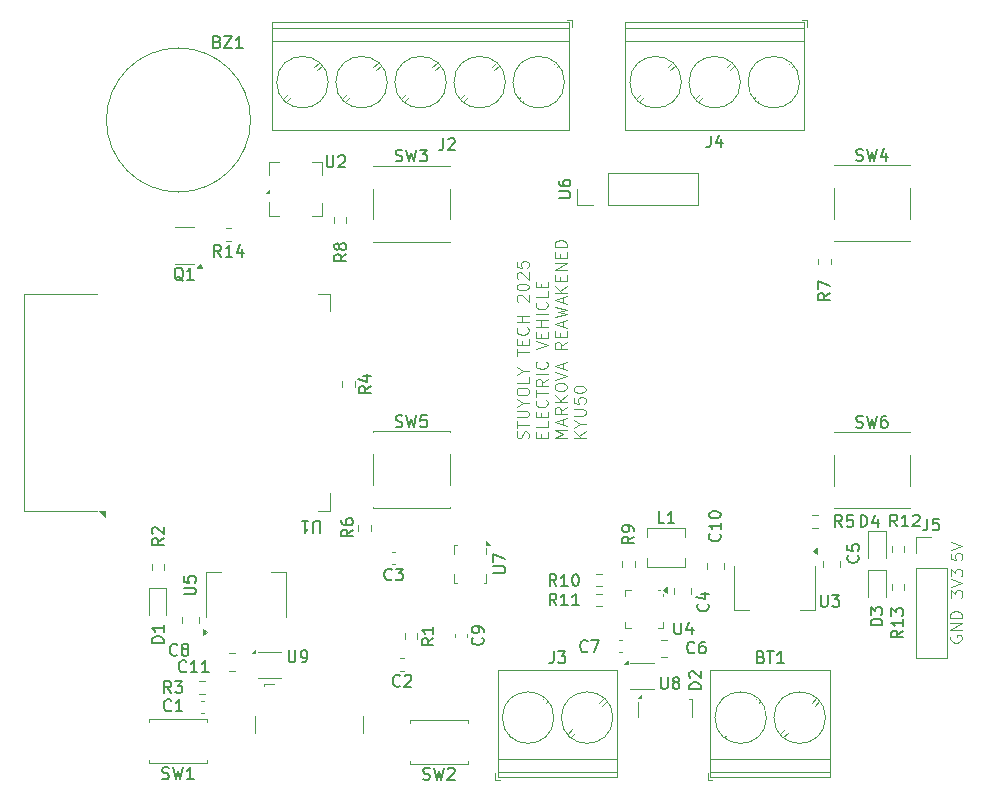
<source format=gbr>
%TF.GenerationSoftware,KiCad,Pcbnew,8.0.8-8.0.8-0~ubuntu24.04.1*%
%TF.CreationDate,2025-04-29T16:21:41-04:00*%
%TF.ProjectId,electronics,656c6563-7472-46f6-9e69-63732e6b6963,rev?*%
%TF.SameCoordinates,Original*%
%TF.FileFunction,Legend,Top*%
%TF.FilePolarity,Positive*%
%FSLAX46Y46*%
G04 Gerber Fmt 4.6, Leading zero omitted, Abs format (unit mm)*
G04 Created by KiCad (PCBNEW 8.0.8-8.0.8-0~ubuntu24.04.1) date 2025-04-29 16:21:41*
%MOMM*%
%LPD*%
G01*
G04 APERTURE LIST*
%ADD10C,0.100000*%
%ADD11C,0.150000*%
%ADD12C,0.120000*%
G04 APERTURE END LIST*
D10*
X177872419Y-95319925D02*
X177872419Y-95796115D01*
X177872419Y-95796115D02*
X178348609Y-95843734D01*
X178348609Y-95843734D02*
X178300990Y-95796115D01*
X178300990Y-95796115D02*
X178253371Y-95700877D01*
X178253371Y-95700877D02*
X178253371Y-95462782D01*
X178253371Y-95462782D02*
X178300990Y-95367544D01*
X178300990Y-95367544D02*
X178348609Y-95319925D01*
X178348609Y-95319925D02*
X178443847Y-95272306D01*
X178443847Y-95272306D02*
X178681942Y-95272306D01*
X178681942Y-95272306D02*
X178777180Y-95319925D01*
X178777180Y-95319925D02*
X178824800Y-95367544D01*
X178824800Y-95367544D02*
X178872419Y-95462782D01*
X178872419Y-95462782D02*
X178872419Y-95700877D01*
X178872419Y-95700877D02*
X178824800Y-95796115D01*
X178824800Y-95796115D02*
X178777180Y-95843734D01*
X177872419Y-94986591D02*
X178872419Y-94653258D01*
X178872419Y-94653258D02*
X177872419Y-94319925D01*
X177872419Y-99041353D02*
X177872419Y-98422306D01*
X177872419Y-98422306D02*
X178253371Y-98755639D01*
X178253371Y-98755639D02*
X178253371Y-98612782D01*
X178253371Y-98612782D02*
X178300990Y-98517544D01*
X178300990Y-98517544D02*
X178348609Y-98469925D01*
X178348609Y-98469925D02*
X178443847Y-98422306D01*
X178443847Y-98422306D02*
X178681942Y-98422306D01*
X178681942Y-98422306D02*
X178777180Y-98469925D01*
X178777180Y-98469925D02*
X178824800Y-98517544D01*
X178824800Y-98517544D02*
X178872419Y-98612782D01*
X178872419Y-98612782D02*
X178872419Y-98898496D01*
X178872419Y-98898496D02*
X178824800Y-98993734D01*
X178824800Y-98993734D02*
X178777180Y-99041353D01*
X177872419Y-98136591D02*
X178872419Y-97803258D01*
X178872419Y-97803258D02*
X177872419Y-97469925D01*
X177872419Y-97231829D02*
X177872419Y-96612782D01*
X177872419Y-96612782D02*
X178253371Y-96946115D01*
X178253371Y-96946115D02*
X178253371Y-96803258D01*
X178253371Y-96803258D02*
X178300990Y-96708020D01*
X178300990Y-96708020D02*
X178348609Y-96660401D01*
X178348609Y-96660401D02*
X178443847Y-96612782D01*
X178443847Y-96612782D02*
X178681942Y-96612782D01*
X178681942Y-96612782D02*
X178777180Y-96660401D01*
X178777180Y-96660401D02*
X178824800Y-96708020D01*
X178824800Y-96708020D02*
X178872419Y-96803258D01*
X178872419Y-96803258D02*
X178872419Y-97088972D01*
X178872419Y-97088972D02*
X178824800Y-97184210D01*
X178824800Y-97184210D02*
X178777180Y-97231829D01*
X177870038Y-102272306D02*
X177822419Y-102367544D01*
X177822419Y-102367544D02*
X177822419Y-102510401D01*
X177822419Y-102510401D02*
X177870038Y-102653258D01*
X177870038Y-102653258D02*
X177965276Y-102748496D01*
X177965276Y-102748496D02*
X178060514Y-102796115D01*
X178060514Y-102796115D02*
X178250990Y-102843734D01*
X178250990Y-102843734D02*
X178393847Y-102843734D01*
X178393847Y-102843734D02*
X178584323Y-102796115D01*
X178584323Y-102796115D02*
X178679561Y-102748496D01*
X178679561Y-102748496D02*
X178774800Y-102653258D01*
X178774800Y-102653258D02*
X178822419Y-102510401D01*
X178822419Y-102510401D02*
X178822419Y-102415163D01*
X178822419Y-102415163D02*
X178774800Y-102272306D01*
X178774800Y-102272306D02*
X178727180Y-102224687D01*
X178727180Y-102224687D02*
X178393847Y-102224687D01*
X178393847Y-102224687D02*
X178393847Y-102415163D01*
X178822419Y-101796115D02*
X177822419Y-101796115D01*
X177822419Y-101796115D02*
X178822419Y-101224687D01*
X178822419Y-101224687D02*
X177822419Y-101224687D01*
X178822419Y-100748496D02*
X177822419Y-100748496D01*
X177822419Y-100748496D02*
X177822419Y-100510401D01*
X177822419Y-100510401D02*
X177870038Y-100367544D01*
X177870038Y-100367544D02*
X177965276Y-100272306D01*
X177965276Y-100272306D02*
X178060514Y-100224687D01*
X178060514Y-100224687D02*
X178250990Y-100177068D01*
X178250990Y-100177068D02*
X178393847Y-100177068D01*
X178393847Y-100177068D02*
X178584323Y-100224687D01*
X178584323Y-100224687D02*
X178679561Y-100272306D01*
X178679561Y-100272306D02*
X178774800Y-100367544D01*
X178774800Y-100367544D02*
X178822419Y-100510401D01*
X178822419Y-100510401D02*
X178822419Y-100748496D01*
X142094968Y-85543734D02*
X142142587Y-85400877D01*
X142142587Y-85400877D02*
X142142587Y-85162782D01*
X142142587Y-85162782D02*
X142094968Y-85067544D01*
X142094968Y-85067544D02*
X142047348Y-85019925D01*
X142047348Y-85019925D02*
X141952110Y-84972306D01*
X141952110Y-84972306D02*
X141856872Y-84972306D01*
X141856872Y-84972306D02*
X141761634Y-85019925D01*
X141761634Y-85019925D02*
X141714015Y-85067544D01*
X141714015Y-85067544D02*
X141666396Y-85162782D01*
X141666396Y-85162782D02*
X141618777Y-85353258D01*
X141618777Y-85353258D02*
X141571158Y-85448496D01*
X141571158Y-85448496D02*
X141523539Y-85496115D01*
X141523539Y-85496115D02*
X141428301Y-85543734D01*
X141428301Y-85543734D02*
X141333063Y-85543734D01*
X141333063Y-85543734D02*
X141237825Y-85496115D01*
X141237825Y-85496115D02*
X141190206Y-85448496D01*
X141190206Y-85448496D02*
X141142587Y-85353258D01*
X141142587Y-85353258D02*
X141142587Y-85115163D01*
X141142587Y-85115163D02*
X141190206Y-84972306D01*
X141142587Y-84686591D02*
X141142587Y-84115163D01*
X142142587Y-84400877D02*
X141142587Y-84400877D01*
X141142587Y-83781829D02*
X141952110Y-83781829D01*
X141952110Y-83781829D02*
X142047348Y-83734210D01*
X142047348Y-83734210D02*
X142094968Y-83686591D01*
X142094968Y-83686591D02*
X142142587Y-83591353D01*
X142142587Y-83591353D02*
X142142587Y-83400877D01*
X142142587Y-83400877D02*
X142094968Y-83305639D01*
X142094968Y-83305639D02*
X142047348Y-83258020D01*
X142047348Y-83258020D02*
X141952110Y-83210401D01*
X141952110Y-83210401D02*
X141142587Y-83210401D01*
X141666396Y-82543734D02*
X142142587Y-82543734D01*
X141142587Y-82877067D02*
X141666396Y-82543734D01*
X141666396Y-82543734D02*
X141142587Y-82210401D01*
X141142587Y-81686591D02*
X141142587Y-81496115D01*
X141142587Y-81496115D02*
X141190206Y-81400877D01*
X141190206Y-81400877D02*
X141285444Y-81305639D01*
X141285444Y-81305639D02*
X141475920Y-81258020D01*
X141475920Y-81258020D02*
X141809253Y-81258020D01*
X141809253Y-81258020D02*
X141999729Y-81305639D01*
X141999729Y-81305639D02*
X142094968Y-81400877D01*
X142094968Y-81400877D02*
X142142587Y-81496115D01*
X142142587Y-81496115D02*
X142142587Y-81686591D01*
X142142587Y-81686591D02*
X142094968Y-81781829D01*
X142094968Y-81781829D02*
X141999729Y-81877067D01*
X141999729Y-81877067D02*
X141809253Y-81924686D01*
X141809253Y-81924686D02*
X141475920Y-81924686D01*
X141475920Y-81924686D02*
X141285444Y-81877067D01*
X141285444Y-81877067D02*
X141190206Y-81781829D01*
X141190206Y-81781829D02*
X141142587Y-81686591D01*
X142142587Y-80353258D02*
X142142587Y-80829448D01*
X142142587Y-80829448D02*
X141142587Y-80829448D01*
X141666396Y-79829448D02*
X142142587Y-79829448D01*
X141142587Y-80162781D02*
X141666396Y-79829448D01*
X141666396Y-79829448D02*
X141142587Y-79496115D01*
X141142587Y-78543733D02*
X141142587Y-77972305D01*
X142142587Y-78258019D02*
X141142587Y-78258019D01*
X141618777Y-77638971D02*
X141618777Y-77305638D01*
X142142587Y-77162781D02*
X142142587Y-77638971D01*
X142142587Y-77638971D02*
X141142587Y-77638971D01*
X141142587Y-77638971D02*
X141142587Y-77162781D01*
X142047348Y-76162781D02*
X142094968Y-76210400D01*
X142094968Y-76210400D02*
X142142587Y-76353257D01*
X142142587Y-76353257D02*
X142142587Y-76448495D01*
X142142587Y-76448495D02*
X142094968Y-76591352D01*
X142094968Y-76591352D02*
X141999729Y-76686590D01*
X141999729Y-76686590D02*
X141904491Y-76734209D01*
X141904491Y-76734209D02*
X141714015Y-76781828D01*
X141714015Y-76781828D02*
X141571158Y-76781828D01*
X141571158Y-76781828D02*
X141380682Y-76734209D01*
X141380682Y-76734209D02*
X141285444Y-76686590D01*
X141285444Y-76686590D02*
X141190206Y-76591352D01*
X141190206Y-76591352D02*
X141142587Y-76448495D01*
X141142587Y-76448495D02*
X141142587Y-76353257D01*
X141142587Y-76353257D02*
X141190206Y-76210400D01*
X141190206Y-76210400D02*
X141237825Y-76162781D01*
X142142587Y-75734209D02*
X141142587Y-75734209D01*
X141618777Y-75734209D02*
X141618777Y-75162781D01*
X142142587Y-75162781D02*
X141142587Y-75162781D01*
X141237825Y-73972304D02*
X141190206Y-73924685D01*
X141190206Y-73924685D02*
X141142587Y-73829447D01*
X141142587Y-73829447D02*
X141142587Y-73591352D01*
X141142587Y-73591352D02*
X141190206Y-73496114D01*
X141190206Y-73496114D02*
X141237825Y-73448495D01*
X141237825Y-73448495D02*
X141333063Y-73400876D01*
X141333063Y-73400876D02*
X141428301Y-73400876D01*
X141428301Y-73400876D02*
X141571158Y-73448495D01*
X141571158Y-73448495D02*
X142142587Y-74019923D01*
X142142587Y-74019923D02*
X142142587Y-73400876D01*
X141142587Y-72781828D02*
X141142587Y-72686590D01*
X141142587Y-72686590D02*
X141190206Y-72591352D01*
X141190206Y-72591352D02*
X141237825Y-72543733D01*
X141237825Y-72543733D02*
X141333063Y-72496114D01*
X141333063Y-72496114D02*
X141523539Y-72448495D01*
X141523539Y-72448495D02*
X141761634Y-72448495D01*
X141761634Y-72448495D02*
X141952110Y-72496114D01*
X141952110Y-72496114D02*
X142047348Y-72543733D01*
X142047348Y-72543733D02*
X142094968Y-72591352D01*
X142094968Y-72591352D02*
X142142587Y-72686590D01*
X142142587Y-72686590D02*
X142142587Y-72781828D01*
X142142587Y-72781828D02*
X142094968Y-72877066D01*
X142094968Y-72877066D02*
X142047348Y-72924685D01*
X142047348Y-72924685D02*
X141952110Y-72972304D01*
X141952110Y-72972304D02*
X141761634Y-73019923D01*
X141761634Y-73019923D02*
X141523539Y-73019923D01*
X141523539Y-73019923D02*
X141333063Y-72972304D01*
X141333063Y-72972304D02*
X141237825Y-72924685D01*
X141237825Y-72924685D02*
X141190206Y-72877066D01*
X141190206Y-72877066D02*
X141142587Y-72781828D01*
X141237825Y-72067542D02*
X141190206Y-72019923D01*
X141190206Y-72019923D02*
X141142587Y-71924685D01*
X141142587Y-71924685D02*
X141142587Y-71686590D01*
X141142587Y-71686590D02*
X141190206Y-71591352D01*
X141190206Y-71591352D02*
X141237825Y-71543733D01*
X141237825Y-71543733D02*
X141333063Y-71496114D01*
X141333063Y-71496114D02*
X141428301Y-71496114D01*
X141428301Y-71496114D02*
X141571158Y-71543733D01*
X141571158Y-71543733D02*
X142142587Y-72115161D01*
X142142587Y-72115161D02*
X142142587Y-71496114D01*
X141142587Y-70591352D02*
X141142587Y-71067542D01*
X141142587Y-71067542D02*
X141618777Y-71115161D01*
X141618777Y-71115161D02*
X141571158Y-71067542D01*
X141571158Y-71067542D02*
X141523539Y-70972304D01*
X141523539Y-70972304D02*
X141523539Y-70734209D01*
X141523539Y-70734209D02*
X141571158Y-70638971D01*
X141571158Y-70638971D02*
X141618777Y-70591352D01*
X141618777Y-70591352D02*
X141714015Y-70543733D01*
X141714015Y-70543733D02*
X141952110Y-70543733D01*
X141952110Y-70543733D02*
X142047348Y-70591352D01*
X142047348Y-70591352D02*
X142094968Y-70638971D01*
X142094968Y-70638971D02*
X142142587Y-70734209D01*
X142142587Y-70734209D02*
X142142587Y-70972304D01*
X142142587Y-70972304D02*
X142094968Y-71067542D01*
X142094968Y-71067542D02*
X142047348Y-71115161D01*
X143228721Y-85496115D02*
X143228721Y-85162782D01*
X143752531Y-85019925D02*
X143752531Y-85496115D01*
X143752531Y-85496115D02*
X142752531Y-85496115D01*
X142752531Y-85496115D02*
X142752531Y-85019925D01*
X143752531Y-84115163D02*
X143752531Y-84591353D01*
X143752531Y-84591353D02*
X142752531Y-84591353D01*
X143228721Y-83781829D02*
X143228721Y-83448496D01*
X143752531Y-83305639D02*
X143752531Y-83781829D01*
X143752531Y-83781829D02*
X142752531Y-83781829D01*
X142752531Y-83781829D02*
X142752531Y-83305639D01*
X143657292Y-82305639D02*
X143704912Y-82353258D01*
X143704912Y-82353258D02*
X143752531Y-82496115D01*
X143752531Y-82496115D02*
X143752531Y-82591353D01*
X143752531Y-82591353D02*
X143704912Y-82734210D01*
X143704912Y-82734210D02*
X143609673Y-82829448D01*
X143609673Y-82829448D02*
X143514435Y-82877067D01*
X143514435Y-82877067D02*
X143323959Y-82924686D01*
X143323959Y-82924686D02*
X143181102Y-82924686D01*
X143181102Y-82924686D02*
X142990626Y-82877067D01*
X142990626Y-82877067D02*
X142895388Y-82829448D01*
X142895388Y-82829448D02*
X142800150Y-82734210D01*
X142800150Y-82734210D02*
X142752531Y-82591353D01*
X142752531Y-82591353D02*
X142752531Y-82496115D01*
X142752531Y-82496115D02*
X142800150Y-82353258D01*
X142800150Y-82353258D02*
X142847769Y-82305639D01*
X142752531Y-82019924D02*
X142752531Y-81448496D01*
X143752531Y-81734210D02*
X142752531Y-81734210D01*
X143752531Y-80543734D02*
X143276340Y-80877067D01*
X143752531Y-81115162D02*
X142752531Y-81115162D01*
X142752531Y-81115162D02*
X142752531Y-80734210D01*
X142752531Y-80734210D02*
X142800150Y-80638972D01*
X142800150Y-80638972D02*
X142847769Y-80591353D01*
X142847769Y-80591353D02*
X142943007Y-80543734D01*
X142943007Y-80543734D02*
X143085864Y-80543734D01*
X143085864Y-80543734D02*
X143181102Y-80591353D01*
X143181102Y-80591353D02*
X143228721Y-80638972D01*
X143228721Y-80638972D02*
X143276340Y-80734210D01*
X143276340Y-80734210D02*
X143276340Y-81115162D01*
X143752531Y-80115162D02*
X142752531Y-80115162D01*
X143657292Y-79067544D02*
X143704912Y-79115163D01*
X143704912Y-79115163D02*
X143752531Y-79258020D01*
X143752531Y-79258020D02*
X143752531Y-79353258D01*
X143752531Y-79353258D02*
X143704912Y-79496115D01*
X143704912Y-79496115D02*
X143609673Y-79591353D01*
X143609673Y-79591353D02*
X143514435Y-79638972D01*
X143514435Y-79638972D02*
X143323959Y-79686591D01*
X143323959Y-79686591D02*
X143181102Y-79686591D01*
X143181102Y-79686591D02*
X142990626Y-79638972D01*
X142990626Y-79638972D02*
X142895388Y-79591353D01*
X142895388Y-79591353D02*
X142800150Y-79496115D01*
X142800150Y-79496115D02*
X142752531Y-79353258D01*
X142752531Y-79353258D02*
X142752531Y-79258020D01*
X142752531Y-79258020D02*
X142800150Y-79115163D01*
X142800150Y-79115163D02*
X142847769Y-79067544D01*
X142752531Y-78019924D02*
X143752531Y-77686591D01*
X143752531Y-77686591D02*
X142752531Y-77353258D01*
X143228721Y-77019924D02*
X143228721Y-76686591D01*
X143752531Y-76543734D02*
X143752531Y-77019924D01*
X143752531Y-77019924D02*
X142752531Y-77019924D01*
X142752531Y-77019924D02*
X142752531Y-76543734D01*
X143752531Y-76115162D02*
X142752531Y-76115162D01*
X143228721Y-76115162D02*
X143228721Y-75543734D01*
X143752531Y-75543734D02*
X142752531Y-75543734D01*
X143752531Y-75067543D02*
X142752531Y-75067543D01*
X143657292Y-74019925D02*
X143704912Y-74067544D01*
X143704912Y-74067544D02*
X143752531Y-74210401D01*
X143752531Y-74210401D02*
X143752531Y-74305639D01*
X143752531Y-74305639D02*
X143704912Y-74448496D01*
X143704912Y-74448496D02*
X143609673Y-74543734D01*
X143609673Y-74543734D02*
X143514435Y-74591353D01*
X143514435Y-74591353D02*
X143323959Y-74638972D01*
X143323959Y-74638972D02*
X143181102Y-74638972D01*
X143181102Y-74638972D02*
X142990626Y-74591353D01*
X142990626Y-74591353D02*
X142895388Y-74543734D01*
X142895388Y-74543734D02*
X142800150Y-74448496D01*
X142800150Y-74448496D02*
X142752531Y-74305639D01*
X142752531Y-74305639D02*
X142752531Y-74210401D01*
X142752531Y-74210401D02*
X142800150Y-74067544D01*
X142800150Y-74067544D02*
X142847769Y-74019925D01*
X143752531Y-73115163D02*
X143752531Y-73591353D01*
X143752531Y-73591353D02*
X142752531Y-73591353D01*
X143228721Y-72781829D02*
X143228721Y-72448496D01*
X143752531Y-72305639D02*
X143752531Y-72781829D01*
X143752531Y-72781829D02*
X142752531Y-72781829D01*
X142752531Y-72781829D02*
X142752531Y-72305639D01*
X145362475Y-85496115D02*
X144362475Y-85496115D01*
X144362475Y-85496115D02*
X145076760Y-85162782D01*
X145076760Y-85162782D02*
X144362475Y-84829449D01*
X144362475Y-84829449D02*
X145362475Y-84829449D01*
X145076760Y-84400877D02*
X145076760Y-83924687D01*
X145362475Y-84496115D02*
X144362475Y-84162782D01*
X144362475Y-84162782D02*
X145362475Y-83829449D01*
X145362475Y-82924687D02*
X144886284Y-83258020D01*
X145362475Y-83496115D02*
X144362475Y-83496115D01*
X144362475Y-83496115D02*
X144362475Y-83115163D01*
X144362475Y-83115163D02*
X144410094Y-83019925D01*
X144410094Y-83019925D02*
X144457713Y-82972306D01*
X144457713Y-82972306D02*
X144552951Y-82924687D01*
X144552951Y-82924687D02*
X144695808Y-82924687D01*
X144695808Y-82924687D02*
X144791046Y-82972306D01*
X144791046Y-82972306D02*
X144838665Y-83019925D01*
X144838665Y-83019925D02*
X144886284Y-83115163D01*
X144886284Y-83115163D02*
X144886284Y-83496115D01*
X145362475Y-82496115D02*
X144362475Y-82496115D01*
X145362475Y-81924687D02*
X144791046Y-82353258D01*
X144362475Y-81924687D02*
X144933903Y-82496115D01*
X144362475Y-81305639D02*
X144362475Y-81115163D01*
X144362475Y-81115163D02*
X144410094Y-81019925D01*
X144410094Y-81019925D02*
X144505332Y-80924687D01*
X144505332Y-80924687D02*
X144695808Y-80877068D01*
X144695808Y-80877068D02*
X145029141Y-80877068D01*
X145029141Y-80877068D02*
X145219617Y-80924687D01*
X145219617Y-80924687D02*
X145314856Y-81019925D01*
X145314856Y-81019925D02*
X145362475Y-81115163D01*
X145362475Y-81115163D02*
X145362475Y-81305639D01*
X145362475Y-81305639D02*
X145314856Y-81400877D01*
X145314856Y-81400877D02*
X145219617Y-81496115D01*
X145219617Y-81496115D02*
X145029141Y-81543734D01*
X145029141Y-81543734D02*
X144695808Y-81543734D01*
X144695808Y-81543734D02*
X144505332Y-81496115D01*
X144505332Y-81496115D02*
X144410094Y-81400877D01*
X144410094Y-81400877D02*
X144362475Y-81305639D01*
X144362475Y-80591353D02*
X145362475Y-80258020D01*
X145362475Y-80258020D02*
X144362475Y-79924687D01*
X145076760Y-79638972D02*
X145076760Y-79162782D01*
X145362475Y-79734210D02*
X144362475Y-79400877D01*
X144362475Y-79400877D02*
X145362475Y-79067544D01*
X145362475Y-77400877D02*
X144886284Y-77734210D01*
X145362475Y-77972305D02*
X144362475Y-77972305D01*
X144362475Y-77972305D02*
X144362475Y-77591353D01*
X144362475Y-77591353D02*
X144410094Y-77496115D01*
X144410094Y-77496115D02*
X144457713Y-77448496D01*
X144457713Y-77448496D02*
X144552951Y-77400877D01*
X144552951Y-77400877D02*
X144695808Y-77400877D01*
X144695808Y-77400877D02*
X144791046Y-77448496D01*
X144791046Y-77448496D02*
X144838665Y-77496115D01*
X144838665Y-77496115D02*
X144886284Y-77591353D01*
X144886284Y-77591353D02*
X144886284Y-77972305D01*
X144838665Y-76972305D02*
X144838665Y-76638972D01*
X145362475Y-76496115D02*
X145362475Y-76972305D01*
X145362475Y-76972305D02*
X144362475Y-76972305D01*
X144362475Y-76972305D02*
X144362475Y-76496115D01*
X145076760Y-76115162D02*
X145076760Y-75638972D01*
X145362475Y-76210400D02*
X144362475Y-75877067D01*
X144362475Y-75877067D02*
X145362475Y-75543734D01*
X144362475Y-75305638D02*
X145362475Y-75067543D01*
X145362475Y-75067543D02*
X144648189Y-74877067D01*
X144648189Y-74877067D02*
X145362475Y-74686591D01*
X145362475Y-74686591D02*
X144362475Y-74448496D01*
X145076760Y-74115162D02*
X145076760Y-73638972D01*
X145362475Y-74210400D02*
X144362475Y-73877067D01*
X144362475Y-73877067D02*
X145362475Y-73543734D01*
X145362475Y-73210400D02*
X144362475Y-73210400D01*
X145362475Y-72638972D02*
X144791046Y-73067543D01*
X144362475Y-72638972D02*
X144933903Y-73210400D01*
X144838665Y-72210400D02*
X144838665Y-71877067D01*
X145362475Y-71734210D02*
X145362475Y-72210400D01*
X145362475Y-72210400D02*
X144362475Y-72210400D01*
X144362475Y-72210400D02*
X144362475Y-71734210D01*
X145362475Y-71305638D02*
X144362475Y-71305638D01*
X144362475Y-71305638D02*
X145362475Y-70734210D01*
X145362475Y-70734210D02*
X144362475Y-70734210D01*
X144838665Y-70258019D02*
X144838665Y-69924686D01*
X145362475Y-69781829D02*
X145362475Y-70258019D01*
X145362475Y-70258019D02*
X144362475Y-70258019D01*
X144362475Y-70258019D02*
X144362475Y-69781829D01*
X145362475Y-69353257D02*
X144362475Y-69353257D01*
X144362475Y-69353257D02*
X144362475Y-69115162D01*
X144362475Y-69115162D02*
X144410094Y-68972305D01*
X144410094Y-68972305D02*
X144505332Y-68877067D01*
X144505332Y-68877067D02*
X144600570Y-68829448D01*
X144600570Y-68829448D02*
X144791046Y-68781829D01*
X144791046Y-68781829D02*
X144933903Y-68781829D01*
X144933903Y-68781829D02*
X145124379Y-68829448D01*
X145124379Y-68829448D02*
X145219617Y-68877067D01*
X145219617Y-68877067D02*
X145314856Y-68972305D01*
X145314856Y-68972305D02*
X145362475Y-69115162D01*
X145362475Y-69115162D02*
X145362475Y-69353257D01*
X146972419Y-85496115D02*
X145972419Y-85496115D01*
X146972419Y-84924687D02*
X146400990Y-85353258D01*
X145972419Y-84924687D02*
X146543847Y-85496115D01*
X146496228Y-84305639D02*
X146972419Y-84305639D01*
X145972419Y-84638972D02*
X146496228Y-84305639D01*
X146496228Y-84305639D02*
X145972419Y-83972306D01*
X145972419Y-83638972D02*
X146781942Y-83638972D01*
X146781942Y-83638972D02*
X146877180Y-83591353D01*
X146877180Y-83591353D02*
X146924800Y-83543734D01*
X146924800Y-83543734D02*
X146972419Y-83448496D01*
X146972419Y-83448496D02*
X146972419Y-83258020D01*
X146972419Y-83258020D02*
X146924800Y-83162782D01*
X146924800Y-83162782D02*
X146877180Y-83115163D01*
X146877180Y-83115163D02*
X146781942Y-83067544D01*
X146781942Y-83067544D02*
X145972419Y-83067544D01*
X145972419Y-82115163D02*
X145972419Y-82591353D01*
X145972419Y-82591353D02*
X146448609Y-82638972D01*
X146448609Y-82638972D02*
X146400990Y-82591353D01*
X146400990Y-82591353D02*
X146353371Y-82496115D01*
X146353371Y-82496115D02*
X146353371Y-82258020D01*
X146353371Y-82258020D02*
X146400990Y-82162782D01*
X146400990Y-82162782D02*
X146448609Y-82115163D01*
X146448609Y-82115163D02*
X146543847Y-82067544D01*
X146543847Y-82067544D02*
X146781942Y-82067544D01*
X146781942Y-82067544D02*
X146877180Y-82115163D01*
X146877180Y-82115163D02*
X146924800Y-82162782D01*
X146924800Y-82162782D02*
X146972419Y-82258020D01*
X146972419Y-82258020D02*
X146972419Y-82496115D01*
X146972419Y-82496115D02*
X146924800Y-82591353D01*
X146924800Y-82591353D02*
X146877180Y-82638972D01*
X145972419Y-81448496D02*
X145972419Y-81353258D01*
X145972419Y-81353258D02*
X146020038Y-81258020D01*
X146020038Y-81258020D02*
X146067657Y-81210401D01*
X146067657Y-81210401D02*
X146162895Y-81162782D01*
X146162895Y-81162782D02*
X146353371Y-81115163D01*
X146353371Y-81115163D02*
X146591466Y-81115163D01*
X146591466Y-81115163D02*
X146781942Y-81162782D01*
X146781942Y-81162782D02*
X146877180Y-81210401D01*
X146877180Y-81210401D02*
X146924800Y-81258020D01*
X146924800Y-81258020D02*
X146972419Y-81353258D01*
X146972419Y-81353258D02*
X146972419Y-81448496D01*
X146972419Y-81448496D02*
X146924800Y-81543734D01*
X146924800Y-81543734D02*
X146877180Y-81591353D01*
X146877180Y-81591353D02*
X146781942Y-81638972D01*
X146781942Y-81638972D02*
X146591466Y-81686591D01*
X146591466Y-81686591D02*
X146353371Y-81686591D01*
X146353371Y-81686591D02*
X146162895Y-81638972D01*
X146162895Y-81638972D02*
X146067657Y-81591353D01*
X146067657Y-81591353D02*
X146020038Y-81543734D01*
X146020038Y-81543734D02*
X145972419Y-81448496D01*
D11*
X167654819Y-73266666D02*
X167178628Y-73599999D01*
X167654819Y-73838094D02*
X166654819Y-73838094D01*
X166654819Y-73838094D02*
X166654819Y-73457142D01*
X166654819Y-73457142D02*
X166702438Y-73361904D01*
X166702438Y-73361904D02*
X166750057Y-73314285D01*
X166750057Y-73314285D02*
X166845295Y-73266666D01*
X166845295Y-73266666D02*
X166988152Y-73266666D01*
X166988152Y-73266666D02*
X167083390Y-73314285D01*
X167083390Y-73314285D02*
X167131009Y-73361904D01*
X167131009Y-73361904D02*
X167178628Y-73457142D01*
X167178628Y-73457142D02*
X167178628Y-73838094D01*
X166654819Y-72933332D02*
X166654819Y-72266666D01*
X166654819Y-72266666D02*
X167654819Y-72695237D01*
X158309580Y-93642857D02*
X158357200Y-93690476D01*
X158357200Y-93690476D02*
X158404819Y-93833333D01*
X158404819Y-93833333D02*
X158404819Y-93928571D01*
X158404819Y-93928571D02*
X158357200Y-94071428D01*
X158357200Y-94071428D02*
X158261961Y-94166666D01*
X158261961Y-94166666D02*
X158166723Y-94214285D01*
X158166723Y-94214285D02*
X157976247Y-94261904D01*
X157976247Y-94261904D02*
X157833390Y-94261904D01*
X157833390Y-94261904D02*
X157642914Y-94214285D01*
X157642914Y-94214285D02*
X157547676Y-94166666D01*
X157547676Y-94166666D02*
X157452438Y-94071428D01*
X157452438Y-94071428D02*
X157404819Y-93928571D01*
X157404819Y-93928571D02*
X157404819Y-93833333D01*
X157404819Y-93833333D02*
X157452438Y-93690476D01*
X157452438Y-93690476D02*
X157500057Y-93642857D01*
X158404819Y-92690476D02*
X158404819Y-93261904D01*
X158404819Y-92976190D02*
X157404819Y-92976190D01*
X157404819Y-92976190D02*
X157547676Y-93071428D01*
X157547676Y-93071428D02*
X157642914Y-93166666D01*
X157642914Y-93166666D02*
X157690533Y-93261904D01*
X157404819Y-92071428D02*
X157404819Y-91976190D01*
X157404819Y-91976190D02*
X157452438Y-91880952D01*
X157452438Y-91880952D02*
X157500057Y-91833333D01*
X157500057Y-91833333D02*
X157595295Y-91785714D01*
X157595295Y-91785714D02*
X157785771Y-91738095D01*
X157785771Y-91738095D02*
X158023866Y-91738095D01*
X158023866Y-91738095D02*
X158214342Y-91785714D01*
X158214342Y-91785714D02*
X158309580Y-91833333D01*
X158309580Y-91833333D02*
X158357200Y-91880952D01*
X158357200Y-91880952D02*
X158404819Y-91976190D01*
X158404819Y-91976190D02*
X158404819Y-92071428D01*
X158404819Y-92071428D02*
X158357200Y-92166666D01*
X158357200Y-92166666D02*
X158309580Y-92214285D01*
X158309580Y-92214285D02*
X158214342Y-92261904D01*
X158214342Y-92261904D02*
X158023866Y-92309523D01*
X158023866Y-92309523D02*
X157785771Y-92309523D01*
X157785771Y-92309523D02*
X157595295Y-92261904D01*
X157595295Y-92261904D02*
X157500057Y-92214285D01*
X157500057Y-92214285D02*
X157452438Y-92166666D01*
X157452438Y-92166666D02*
X157404819Y-92071428D01*
X157566666Y-59914819D02*
X157566666Y-60629104D01*
X157566666Y-60629104D02*
X157519047Y-60771961D01*
X157519047Y-60771961D02*
X157423809Y-60867200D01*
X157423809Y-60867200D02*
X157280952Y-60914819D01*
X157280952Y-60914819D02*
X157185714Y-60914819D01*
X158471428Y-60248152D02*
X158471428Y-60914819D01*
X158233333Y-59867200D02*
X157995238Y-60581485D01*
X157995238Y-60581485D02*
X158614285Y-60581485D01*
X121838095Y-103504819D02*
X121838095Y-104314342D01*
X121838095Y-104314342D02*
X121885714Y-104409580D01*
X121885714Y-104409580D02*
X121933333Y-104457200D01*
X121933333Y-104457200D02*
X122028571Y-104504819D01*
X122028571Y-104504819D02*
X122219047Y-104504819D01*
X122219047Y-104504819D02*
X122314285Y-104457200D01*
X122314285Y-104457200D02*
X122361904Y-104409580D01*
X122361904Y-104409580D02*
X122409523Y-104314342D01*
X122409523Y-104314342D02*
X122409523Y-103504819D01*
X122933333Y-104504819D02*
X123123809Y-104504819D01*
X123123809Y-104504819D02*
X123219047Y-104457200D01*
X123219047Y-104457200D02*
X123266666Y-104409580D01*
X123266666Y-104409580D02*
X123361904Y-104266723D01*
X123361904Y-104266723D02*
X123409523Y-104076247D01*
X123409523Y-104076247D02*
X123409523Y-103695295D01*
X123409523Y-103695295D02*
X123361904Y-103600057D01*
X123361904Y-103600057D02*
X123314285Y-103552438D01*
X123314285Y-103552438D02*
X123219047Y-103504819D01*
X123219047Y-103504819D02*
X123028571Y-103504819D01*
X123028571Y-103504819D02*
X122933333Y-103552438D01*
X122933333Y-103552438D02*
X122885714Y-103600057D01*
X122885714Y-103600057D02*
X122838095Y-103695295D01*
X122838095Y-103695295D02*
X122838095Y-103933390D01*
X122838095Y-103933390D02*
X122885714Y-104028628D01*
X122885714Y-104028628D02*
X122933333Y-104076247D01*
X122933333Y-104076247D02*
X123028571Y-104123866D01*
X123028571Y-104123866D02*
X123219047Y-104123866D01*
X123219047Y-104123866D02*
X123314285Y-104076247D01*
X123314285Y-104076247D02*
X123361904Y-104028628D01*
X123361904Y-104028628D02*
X123409523Y-103933390D01*
X139154819Y-96961904D02*
X139964342Y-96961904D01*
X139964342Y-96961904D02*
X140059580Y-96914285D01*
X140059580Y-96914285D02*
X140107200Y-96866666D01*
X140107200Y-96866666D02*
X140154819Y-96771428D01*
X140154819Y-96771428D02*
X140154819Y-96580952D01*
X140154819Y-96580952D02*
X140107200Y-96485714D01*
X140107200Y-96485714D02*
X140059580Y-96438095D01*
X140059580Y-96438095D02*
X139964342Y-96390476D01*
X139964342Y-96390476D02*
X139154819Y-96390476D01*
X139154819Y-96009523D02*
X139154819Y-95342857D01*
X139154819Y-95342857D02*
X140154819Y-95771428D01*
X144507142Y-99704819D02*
X144173809Y-99228628D01*
X143935714Y-99704819D02*
X143935714Y-98704819D01*
X143935714Y-98704819D02*
X144316666Y-98704819D01*
X144316666Y-98704819D02*
X144411904Y-98752438D01*
X144411904Y-98752438D02*
X144459523Y-98800057D01*
X144459523Y-98800057D02*
X144507142Y-98895295D01*
X144507142Y-98895295D02*
X144507142Y-99038152D01*
X144507142Y-99038152D02*
X144459523Y-99133390D01*
X144459523Y-99133390D02*
X144411904Y-99181009D01*
X144411904Y-99181009D02*
X144316666Y-99228628D01*
X144316666Y-99228628D02*
X143935714Y-99228628D01*
X145459523Y-99704819D02*
X144888095Y-99704819D01*
X145173809Y-99704819D02*
X145173809Y-98704819D01*
X145173809Y-98704819D02*
X145078571Y-98847676D01*
X145078571Y-98847676D02*
X144983333Y-98942914D01*
X144983333Y-98942914D02*
X144888095Y-98990533D01*
X146411904Y-99704819D02*
X145840476Y-99704819D01*
X146126190Y-99704819D02*
X146126190Y-98704819D01*
X146126190Y-98704819D02*
X146030952Y-98847676D01*
X146030952Y-98847676D02*
X145935714Y-98942914D01*
X145935714Y-98942914D02*
X145840476Y-98990533D01*
X125038095Y-61604819D02*
X125038095Y-62414342D01*
X125038095Y-62414342D02*
X125085714Y-62509580D01*
X125085714Y-62509580D02*
X125133333Y-62557200D01*
X125133333Y-62557200D02*
X125228571Y-62604819D01*
X125228571Y-62604819D02*
X125419047Y-62604819D01*
X125419047Y-62604819D02*
X125514285Y-62557200D01*
X125514285Y-62557200D02*
X125561904Y-62509580D01*
X125561904Y-62509580D02*
X125609523Y-62414342D01*
X125609523Y-62414342D02*
X125609523Y-61604819D01*
X126038095Y-61700057D02*
X126085714Y-61652438D01*
X126085714Y-61652438D02*
X126180952Y-61604819D01*
X126180952Y-61604819D02*
X126419047Y-61604819D01*
X126419047Y-61604819D02*
X126514285Y-61652438D01*
X126514285Y-61652438D02*
X126561904Y-61700057D01*
X126561904Y-61700057D02*
X126609523Y-61795295D01*
X126609523Y-61795295D02*
X126609523Y-61890533D01*
X126609523Y-61890533D02*
X126561904Y-62033390D01*
X126561904Y-62033390D02*
X125990476Y-62604819D01*
X125990476Y-62604819D02*
X126609523Y-62604819D01*
X131258333Y-106489580D02*
X131210714Y-106537200D01*
X131210714Y-106537200D02*
X131067857Y-106584819D01*
X131067857Y-106584819D02*
X130972619Y-106584819D01*
X130972619Y-106584819D02*
X130829762Y-106537200D01*
X130829762Y-106537200D02*
X130734524Y-106441961D01*
X130734524Y-106441961D02*
X130686905Y-106346723D01*
X130686905Y-106346723D02*
X130639286Y-106156247D01*
X130639286Y-106156247D02*
X130639286Y-106013390D01*
X130639286Y-106013390D02*
X130686905Y-105822914D01*
X130686905Y-105822914D02*
X130734524Y-105727676D01*
X130734524Y-105727676D02*
X130829762Y-105632438D01*
X130829762Y-105632438D02*
X130972619Y-105584819D01*
X130972619Y-105584819D02*
X131067857Y-105584819D01*
X131067857Y-105584819D02*
X131210714Y-105632438D01*
X131210714Y-105632438D02*
X131258333Y-105680057D01*
X131639286Y-105680057D02*
X131686905Y-105632438D01*
X131686905Y-105632438D02*
X131782143Y-105584819D01*
X131782143Y-105584819D02*
X132020238Y-105584819D01*
X132020238Y-105584819D02*
X132115476Y-105632438D01*
X132115476Y-105632438D02*
X132163095Y-105680057D01*
X132163095Y-105680057D02*
X132210714Y-105775295D01*
X132210714Y-105775295D02*
X132210714Y-105870533D01*
X132210714Y-105870533D02*
X132163095Y-106013390D01*
X132163095Y-106013390D02*
X131591667Y-106584819D01*
X131591667Y-106584819D02*
X132210714Y-106584819D01*
X156754819Y-106788094D02*
X155754819Y-106788094D01*
X155754819Y-106788094D02*
X155754819Y-106549999D01*
X155754819Y-106549999D02*
X155802438Y-106407142D01*
X155802438Y-106407142D02*
X155897676Y-106311904D01*
X155897676Y-106311904D02*
X155992914Y-106264285D01*
X155992914Y-106264285D02*
X156183390Y-106216666D01*
X156183390Y-106216666D02*
X156326247Y-106216666D01*
X156326247Y-106216666D02*
X156516723Y-106264285D01*
X156516723Y-106264285D02*
X156611961Y-106311904D01*
X156611961Y-106311904D02*
X156707200Y-106407142D01*
X156707200Y-106407142D02*
X156754819Y-106549999D01*
X156754819Y-106549999D02*
X156754819Y-106788094D01*
X155850057Y-105835713D02*
X155802438Y-105788094D01*
X155802438Y-105788094D02*
X155754819Y-105692856D01*
X155754819Y-105692856D02*
X155754819Y-105454761D01*
X155754819Y-105454761D02*
X155802438Y-105359523D01*
X155802438Y-105359523D02*
X155850057Y-105311904D01*
X155850057Y-105311904D02*
X155945295Y-105264285D01*
X155945295Y-105264285D02*
X156040533Y-105264285D01*
X156040533Y-105264285D02*
X156183390Y-105311904D01*
X156183390Y-105311904D02*
X156754819Y-105883332D01*
X156754819Y-105883332D02*
X156754819Y-105264285D01*
X113157142Y-105259580D02*
X113109523Y-105307200D01*
X113109523Y-105307200D02*
X112966666Y-105354819D01*
X112966666Y-105354819D02*
X112871428Y-105354819D01*
X112871428Y-105354819D02*
X112728571Y-105307200D01*
X112728571Y-105307200D02*
X112633333Y-105211961D01*
X112633333Y-105211961D02*
X112585714Y-105116723D01*
X112585714Y-105116723D02*
X112538095Y-104926247D01*
X112538095Y-104926247D02*
X112538095Y-104783390D01*
X112538095Y-104783390D02*
X112585714Y-104592914D01*
X112585714Y-104592914D02*
X112633333Y-104497676D01*
X112633333Y-104497676D02*
X112728571Y-104402438D01*
X112728571Y-104402438D02*
X112871428Y-104354819D01*
X112871428Y-104354819D02*
X112966666Y-104354819D01*
X112966666Y-104354819D02*
X113109523Y-104402438D01*
X113109523Y-104402438D02*
X113157142Y-104450057D01*
X114109523Y-105354819D02*
X113538095Y-105354819D01*
X113823809Y-105354819D02*
X113823809Y-104354819D01*
X113823809Y-104354819D02*
X113728571Y-104497676D01*
X113728571Y-104497676D02*
X113633333Y-104592914D01*
X113633333Y-104592914D02*
X113538095Y-104640533D01*
X115061904Y-105354819D02*
X114490476Y-105354819D01*
X114776190Y-105354819D02*
X114776190Y-104354819D01*
X114776190Y-104354819D02*
X114680952Y-104497676D01*
X114680952Y-104497676D02*
X114585714Y-104592914D01*
X114585714Y-104592914D02*
X114490476Y-104640533D01*
X138239580Y-102416666D02*
X138287200Y-102464285D01*
X138287200Y-102464285D02*
X138334819Y-102607142D01*
X138334819Y-102607142D02*
X138334819Y-102702380D01*
X138334819Y-102702380D02*
X138287200Y-102845237D01*
X138287200Y-102845237D02*
X138191961Y-102940475D01*
X138191961Y-102940475D02*
X138096723Y-102988094D01*
X138096723Y-102988094D02*
X137906247Y-103035713D01*
X137906247Y-103035713D02*
X137763390Y-103035713D01*
X137763390Y-103035713D02*
X137572914Y-102988094D01*
X137572914Y-102988094D02*
X137477676Y-102940475D01*
X137477676Y-102940475D02*
X137382438Y-102845237D01*
X137382438Y-102845237D02*
X137334819Y-102702380D01*
X137334819Y-102702380D02*
X137334819Y-102607142D01*
X137334819Y-102607142D02*
X137382438Y-102464285D01*
X137382438Y-102464285D02*
X137430057Y-102416666D01*
X138334819Y-101940475D02*
X138334819Y-101749999D01*
X138334819Y-101749999D02*
X138287200Y-101654761D01*
X138287200Y-101654761D02*
X138239580Y-101607142D01*
X138239580Y-101607142D02*
X138096723Y-101511904D01*
X138096723Y-101511904D02*
X137906247Y-101464285D01*
X137906247Y-101464285D02*
X137525295Y-101464285D01*
X137525295Y-101464285D02*
X137430057Y-101511904D01*
X137430057Y-101511904D02*
X137382438Y-101559523D01*
X137382438Y-101559523D02*
X137334819Y-101654761D01*
X137334819Y-101654761D02*
X137334819Y-101845237D01*
X137334819Y-101845237D02*
X137382438Y-101940475D01*
X137382438Y-101940475D02*
X137430057Y-101988094D01*
X137430057Y-101988094D02*
X137525295Y-102035713D01*
X137525295Y-102035713D02*
X137763390Y-102035713D01*
X137763390Y-102035713D02*
X137858628Y-101988094D01*
X137858628Y-101988094D02*
X137906247Y-101940475D01*
X137906247Y-101940475D02*
X137953866Y-101845237D01*
X137953866Y-101845237D02*
X137953866Y-101654761D01*
X137953866Y-101654761D02*
X137906247Y-101559523D01*
X137906247Y-101559523D02*
X137858628Y-101511904D01*
X137858628Y-101511904D02*
X137763390Y-101464285D01*
X170261905Y-93054819D02*
X170261905Y-92054819D01*
X170261905Y-92054819D02*
X170500000Y-92054819D01*
X170500000Y-92054819D02*
X170642857Y-92102438D01*
X170642857Y-92102438D02*
X170738095Y-92197676D01*
X170738095Y-92197676D02*
X170785714Y-92292914D01*
X170785714Y-92292914D02*
X170833333Y-92483390D01*
X170833333Y-92483390D02*
X170833333Y-92626247D01*
X170833333Y-92626247D02*
X170785714Y-92816723D01*
X170785714Y-92816723D02*
X170738095Y-92911961D01*
X170738095Y-92911961D02*
X170642857Y-93007200D01*
X170642857Y-93007200D02*
X170500000Y-93054819D01*
X170500000Y-93054819D02*
X170261905Y-93054819D01*
X171690476Y-92388152D02*
X171690476Y-93054819D01*
X171452381Y-92007200D02*
X171214286Y-92721485D01*
X171214286Y-92721485D02*
X171833333Y-92721485D01*
X126704819Y-69966666D02*
X126228628Y-70299999D01*
X126704819Y-70538094D02*
X125704819Y-70538094D01*
X125704819Y-70538094D02*
X125704819Y-70157142D01*
X125704819Y-70157142D02*
X125752438Y-70061904D01*
X125752438Y-70061904D02*
X125800057Y-70014285D01*
X125800057Y-70014285D02*
X125895295Y-69966666D01*
X125895295Y-69966666D02*
X126038152Y-69966666D01*
X126038152Y-69966666D02*
X126133390Y-70014285D01*
X126133390Y-70014285D02*
X126181009Y-70061904D01*
X126181009Y-70061904D02*
X126228628Y-70157142D01*
X126228628Y-70157142D02*
X126228628Y-70538094D01*
X126133390Y-69395237D02*
X126085771Y-69490475D01*
X126085771Y-69490475D02*
X126038152Y-69538094D01*
X126038152Y-69538094D02*
X125942914Y-69585713D01*
X125942914Y-69585713D02*
X125895295Y-69585713D01*
X125895295Y-69585713D02*
X125800057Y-69538094D01*
X125800057Y-69538094D02*
X125752438Y-69490475D01*
X125752438Y-69490475D02*
X125704819Y-69395237D01*
X125704819Y-69395237D02*
X125704819Y-69204761D01*
X125704819Y-69204761D02*
X125752438Y-69109523D01*
X125752438Y-69109523D02*
X125800057Y-69061904D01*
X125800057Y-69061904D02*
X125895295Y-69014285D01*
X125895295Y-69014285D02*
X125942914Y-69014285D01*
X125942914Y-69014285D02*
X126038152Y-69061904D01*
X126038152Y-69061904D02*
X126085771Y-69109523D01*
X126085771Y-69109523D02*
X126133390Y-69204761D01*
X126133390Y-69204761D02*
X126133390Y-69395237D01*
X126133390Y-69395237D02*
X126181009Y-69490475D01*
X126181009Y-69490475D02*
X126228628Y-69538094D01*
X126228628Y-69538094D02*
X126323866Y-69585713D01*
X126323866Y-69585713D02*
X126514342Y-69585713D01*
X126514342Y-69585713D02*
X126609580Y-69538094D01*
X126609580Y-69538094D02*
X126657200Y-69490475D01*
X126657200Y-69490475D02*
X126704819Y-69395237D01*
X126704819Y-69395237D02*
X126704819Y-69204761D01*
X126704819Y-69204761D02*
X126657200Y-69109523D01*
X126657200Y-69109523D02*
X126609580Y-69061904D01*
X126609580Y-69061904D02*
X126514342Y-69014285D01*
X126514342Y-69014285D02*
X126323866Y-69014285D01*
X126323866Y-69014285D02*
X126228628Y-69061904D01*
X126228628Y-69061904D02*
X126181009Y-69109523D01*
X126181009Y-69109523D02*
X126133390Y-69204761D01*
X157309580Y-99566666D02*
X157357200Y-99614285D01*
X157357200Y-99614285D02*
X157404819Y-99757142D01*
X157404819Y-99757142D02*
X157404819Y-99852380D01*
X157404819Y-99852380D02*
X157357200Y-99995237D01*
X157357200Y-99995237D02*
X157261961Y-100090475D01*
X157261961Y-100090475D02*
X157166723Y-100138094D01*
X157166723Y-100138094D02*
X156976247Y-100185713D01*
X156976247Y-100185713D02*
X156833390Y-100185713D01*
X156833390Y-100185713D02*
X156642914Y-100138094D01*
X156642914Y-100138094D02*
X156547676Y-100090475D01*
X156547676Y-100090475D02*
X156452438Y-99995237D01*
X156452438Y-99995237D02*
X156404819Y-99852380D01*
X156404819Y-99852380D02*
X156404819Y-99757142D01*
X156404819Y-99757142D02*
X156452438Y-99614285D01*
X156452438Y-99614285D02*
X156500057Y-99566666D01*
X156738152Y-98709523D02*
X157404819Y-98709523D01*
X156357200Y-98947618D02*
X157071485Y-99185713D01*
X157071485Y-99185713D02*
X157071485Y-98566666D01*
X154488095Y-101154819D02*
X154488095Y-101964342D01*
X154488095Y-101964342D02*
X154535714Y-102059580D01*
X154535714Y-102059580D02*
X154583333Y-102107200D01*
X154583333Y-102107200D02*
X154678571Y-102154819D01*
X154678571Y-102154819D02*
X154869047Y-102154819D01*
X154869047Y-102154819D02*
X154964285Y-102107200D01*
X154964285Y-102107200D02*
X155011904Y-102059580D01*
X155011904Y-102059580D02*
X155059523Y-101964342D01*
X155059523Y-101964342D02*
X155059523Y-101154819D01*
X155964285Y-101488152D02*
X155964285Y-102154819D01*
X155726190Y-101107200D02*
X155488095Y-101821485D01*
X155488095Y-101821485D02*
X156107142Y-101821485D01*
X169866667Y-62007200D02*
X170009524Y-62054819D01*
X170009524Y-62054819D02*
X170247619Y-62054819D01*
X170247619Y-62054819D02*
X170342857Y-62007200D01*
X170342857Y-62007200D02*
X170390476Y-61959580D01*
X170390476Y-61959580D02*
X170438095Y-61864342D01*
X170438095Y-61864342D02*
X170438095Y-61769104D01*
X170438095Y-61769104D02*
X170390476Y-61673866D01*
X170390476Y-61673866D02*
X170342857Y-61626247D01*
X170342857Y-61626247D02*
X170247619Y-61578628D01*
X170247619Y-61578628D02*
X170057143Y-61531009D01*
X170057143Y-61531009D02*
X169961905Y-61483390D01*
X169961905Y-61483390D02*
X169914286Y-61435771D01*
X169914286Y-61435771D02*
X169866667Y-61340533D01*
X169866667Y-61340533D02*
X169866667Y-61245295D01*
X169866667Y-61245295D02*
X169914286Y-61150057D01*
X169914286Y-61150057D02*
X169961905Y-61102438D01*
X169961905Y-61102438D02*
X170057143Y-61054819D01*
X170057143Y-61054819D02*
X170295238Y-61054819D01*
X170295238Y-61054819D02*
X170438095Y-61102438D01*
X170771429Y-61054819D02*
X171009524Y-62054819D01*
X171009524Y-62054819D02*
X171200000Y-61340533D01*
X171200000Y-61340533D02*
X171390476Y-62054819D01*
X171390476Y-62054819D02*
X171628572Y-61054819D01*
X172438095Y-61388152D02*
X172438095Y-62054819D01*
X172200000Y-61007200D02*
X171961905Y-61721485D01*
X171961905Y-61721485D02*
X172580952Y-61721485D01*
X166888095Y-98804819D02*
X166888095Y-99614342D01*
X166888095Y-99614342D02*
X166935714Y-99709580D01*
X166935714Y-99709580D02*
X166983333Y-99757200D01*
X166983333Y-99757200D02*
X167078571Y-99804819D01*
X167078571Y-99804819D02*
X167269047Y-99804819D01*
X167269047Y-99804819D02*
X167364285Y-99757200D01*
X167364285Y-99757200D02*
X167411904Y-99709580D01*
X167411904Y-99709580D02*
X167459523Y-99614342D01*
X167459523Y-99614342D02*
X167459523Y-98804819D01*
X167840476Y-98804819D02*
X168459523Y-98804819D01*
X168459523Y-98804819D02*
X168126190Y-99185771D01*
X168126190Y-99185771D02*
X168269047Y-99185771D01*
X168269047Y-99185771D02*
X168364285Y-99233390D01*
X168364285Y-99233390D02*
X168411904Y-99281009D01*
X168411904Y-99281009D02*
X168459523Y-99376247D01*
X168459523Y-99376247D02*
X168459523Y-99614342D01*
X168459523Y-99614342D02*
X168411904Y-99709580D01*
X168411904Y-99709580D02*
X168364285Y-99757200D01*
X168364285Y-99757200D02*
X168269047Y-99804819D01*
X168269047Y-99804819D02*
X167983333Y-99804819D01*
X167983333Y-99804819D02*
X167888095Y-99757200D01*
X167888095Y-99757200D02*
X167840476Y-99709580D01*
X156183333Y-103659580D02*
X156135714Y-103707200D01*
X156135714Y-103707200D02*
X155992857Y-103754819D01*
X155992857Y-103754819D02*
X155897619Y-103754819D01*
X155897619Y-103754819D02*
X155754762Y-103707200D01*
X155754762Y-103707200D02*
X155659524Y-103611961D01*
X155659524Y-103611961D02*
X155611905Y-103516723D01*
X155611905Y-103516723D02*
X155564286Y-103326247D01*
X155564286Y-103326247D02*
X155564286Y-103183390D01*
X155564286Y-103183390D02*
X155611905Y-102992914D01*
X155611905Y-102992914D02*
X155659524Y-102897676D01*
X155659524Y-102897676D02*
X155754762Y-102802438D01*
X155754762Y-102802438D02*
X155897619Y-102754819D01*
X155897619Y-102754819D02*
X155992857Y-102754819D01*
X155992857Y-102754819D02*
X156135714Y-102802438D01*
X156135714Y-102802438D02*
X156183333Y-102850057D01*
X157040476Y-102754819D02*
X156850000Y-102754819D01*
X156850000Y-102754819D02*
X156754762Y-102802438D01*
X156754762Y-102802438D02*
X156707143Y-102850057D01*
X156707143Y-102850057D02*
X156611905Y-102992914D01*
X156611905Y-102992914D02*
X156564286Y-103183390D01*
X156564286Y-103183390D02*
X156564286Y-103564342D01*
X156564286Y-103564342D02*
X156611905Y-103659580D01*
X156611905Y-103659580D02*
X156659524Y-103707200D01*
X156659524Y-103707200D02*
X156754762Y-103754819D01*
X156754762Y-103754819D02*
X156945238Y-103754819D01*
X156945238Y-103754819D02*
X157040476Y-103707200D01*
X157040476Y-103707200D02*
X157088095Y-103659580D01*
X157088095Y-103659580D02*
X157135714Y-103564342D01*
X157135714Y-103564342D02*
X157135714Y-103326247D01*
X157135714Y-103326247D02*
X157088095Y-103231009D01*
X157088095Y-103231009D02*
X157040476Y-103183390D01*
X157040476Y-103183390D02*
X156945238Y-103135771D01*
X156945238Y-103135771D02*
X156754762Y-103135771D01*
X156754762Y-103135771D02*
X156659524Y-103183390D01*
X156659524Y-103183390D02*
X156611905Y-103231009D01*
X156611905Y-103231009D02*
X156564286Y-103326247D01*
X111883333Y-108559580D02*
X111835714Y-108607200D01*
X111835714Y-108607200D02*
X111692857Y-108654819D01*
X111692857Y-108654819D02*
X111597619Y-108654819D01*
X111597619Y-108654819D02*
X111454762Y-108607200D01*
X111454762Y-108607200D02*
X111359524Y-108511961D01*
X111359524Y-108511961D02*
X111311905Y-108416723D01*
X111311905Y-108416723D02*
X111264286Y-108226247D01*
X111264286Y-108226247D02*
X111264286Y-108083390D01*
X111264286Y-108083390D02*
X111311905Y-107892914D01*
X111311905Y-107892914D02*
X111359524Y-107797676D01*
X111359524Y-107797676D02*
X111454762Y-107702438D01*
X111454762Y-107702438D02*
X111597619Y-107654819D01*
X111597619Y-107654819D02*
X111692857Y-107654819D01*
X111692857Y-107654819D02*
X111835714Y-107702438D01*
X111835714Y-107702438D02*
X111883333Y-107750057D01*
X112835714Y-108654819D02*
X112264286Y-108654819D01*
X112550000Y-108654819D02*
X112550000Y-107654819D01*
X112550000Y-107654819D02*
X112454762Y-107797676D01*
X112454762Y-107797676D02*
X112359524Y-107892914D01*
X112359524Y-107892914D02*
X112264286Y-107940533D01*
X144507142Y-98054819D02*
X144173809Y-97578628D01*
X143935714Y-98054819D02*
X143935714Y-97054819D01*
X143935714Y-97054819D02*
X144316666Y-97054819D01*
X144316666Y-97054819D02*
X144411904Y-97102438D01*
X144411904Y-97102438D02*
X144459523Y-97150057D01*
X144459523Y-97150057D02*
X144507142Y-97245295D01*
X144507142Y-97245295D02*
X144507142Y-97388152D01*
X144507142Y-97388152D02*
X144459523Y-97483390D01*
X144459523Y-97483390D02*
X144411904Y-97531009D01*
X144411904Y-97531009D02*
X144316666Y-97578628D01*
X144316666Y-97578628D02*
X143935714Y-97578628D01*
X145459523Y-98054819D02*
X144888095Y-98054819D01*
X145173809Y-98054819D02*
X145173809Y-97054819D01*
X145173809Y-97054819D02*
X145078571Y-97197676D01*
X145078571Y-97197676D02*
X144983333Y-97292914D01*
X144983333Y-97292914D02*
X144888095Y-97340533D01*
X146078571Y-97054819D02*
X146173809Y-97054819D01*
X146173809Y-97054819D02*
X146269047Y-97102438D01*
X146269047Y-97102438D02*
X146316666Y-97150057D01*
X146316666Y-97150057D02*
X146364285Y-97245295D01*
X146364285Y-97245295D02*
X146411904Y-97435771D01*
X146411904Y-97435771D02*
X146411904Y-97673866D01*
X146411904Y-97673866D02*
X146364285Y-97864342D01*
X146364285Y-97864342D02*
X146316666Y-97959580D01*
X146316666Y-97959580D02*
X146269047Y-98007200D01*
X146269047Y-98007200D02*
X146173809Y-98054819D01*
X146173809Y-98054819D02*
X146078571Y-98054819D01*
X146078571Y-98054819D02*
X145983333Y-98007200D01*
X145983333Y-98007200D02*
X145935714Y-97959580D01*
X145935714Y-97959580D02*
X145888095Y-97864342D01*
X145888095Y-97864342D02*
X145840476Y-97673866D01*
X145840476Y-97673866D02*
X145840476Y-97435771D01*
X145840476Y-97435771D02*
X145888095Y-97245295D01*
X145888095Y-97245295D02*
X145935714Y-97150057D01*
X145935714Y-97150057D02*
X145983333Y-97102438D01*
X145983333Y-97102438D02*
X146078571Y-97054819D01*
X173854819Y-101842857D02*
X173378628Y-102176190D01*
X173854819Y-102414285D02*
X172854819Y-102414285D01*
X172854819Y-102414285D02*
X172854819Y-102033333D01*
X172854819Y-102033333D02*
X172902438Y-101938095D01*
X172902438Y-101938095D02*
X172950057Y-101890476D01*
X172950057Y-101890476D02*
X173045295Y-101842857D01*
X173045295Y-101842857D02*
X173188152Y-101842857D01*
X173188152Y-101842857D02*
X173283390Y-101890476D01*
X173283390Y-101890476D02*
X173331009Y-101938095D01*
X173331009Y-101938095D02*
X173378628Y-102033333D01*
X173378628Y-102033333D02*
X173378628Y-102414285D01*
X173854819Y-100890476D02*
X173854819Y-101461904D01*
X173854819Y-101176190D02*
X172854819Y-101176190D01*
X172854819Y-101176190D02*
X172997676Y-101271428D01*
X172997676Y-101271428D02*
X173092914Y-101366666D01*
X173092914Y-101366666D02*
X173140533Y-101461904D01*
X172854819Y-100557142D02*
X172854819Y-99938095D01*
X172854819Y-99938095D02*
X173235771Y-100271428D01*
X173235771Y-100271428D02*
X173235771Y-100128571D01*
X173235771Y-100128571D02*
X173283390Y-100033333D01*
X173283390Y-100033333D02*
X173331009Y-99985714D01*
X173331009Y-99985714D02*
X173426247Y-99938095D01*
X173426247Y-99938095D02*
X173664342Y-99938095D01*
X173664342Y-99938095D02*
X173759580Y-99985714D01*
X173759580Y-99985714D02*
X173807200Y-100033333D01*
X173807200Y-100033333D02*
X173854819Y-100128571D01*
X173854819Y-100128571D02*
X173854819Y-100414285D01*
X173854819Y-100414285D02*
X173807200Y-100509523D01*
X173807200Y-100509523D02*
X173759580Y-100557142D01*
X111254819Y-102888094D02*
X110254819Y-102888094D01*
X110254819Y-102888094D02*
X110254819Y-102649999D01*
X110254819Y-102649999D02*
X110302438Y-102507142D01*
X110302438Y-102507142D02*
X110397676Y-102411904D01*
X110397676Y-102411904D02*
X110492914Y-102364285D01*
X110492914Y-102364285D02*
X110683390Y-102316666D01*
X110683390Y-102316666D02*
X110826247Y-102316666D01*
X110826247Y-102316666D02*
X111016723Y-102364285D01*
X111016723Y-102364285D02*
X111111961Y-102411904D01*
X111111961Y-102411904D02*
X111207200Y-102507142D01*
X111207200Y-102507142D02*
X111254819Y-102649999D01*
X111254819Y-102649999D02*
X111254819Y-102888094D01*
X111254819Y-101364285D02*
X111254819Y-101935713D01*
X111254819Y-101649999D02*
X110254819Y-101649999D01*
X110254819Y-101649999D02*
X110397676Y-101745237D01*
X110397676Y-101745237D02*
X110492914Y-101840475D01*
X110492914Y-101840475D02*
X110540533Y-101935713D01*
X111883333Y-107104819D02*
X111550000Y-106628628D01*
X111311905Y-107104819D02*
X111311905Y-106104819D01*
X111311905Y-106104819D02*
X111692857Y-106104819D01*
X111692857Y-106104819D02*
X111788095Y-106152438D01*
X111788095Y-106152438D02*
X111835714Y-106200057D01*
X111835714Y-106200057D02*
X111883333Y-106295295D01*
X111883333Y-106295295D02*
X111883333Y-106438152D01*
X111883333Y-106438152D02*
X111835714Y-106533390D01*
X111835714Y-106533390D02*
X111788095Y-106581009D01*
X111788095Y-106581009D02*
X111692857Y-106628628D01*
X111692857Y-106628628D02*
X111311905Y-106628628D01*
X112216667Y-106104819D02*
X112835714Y-106104819D01*
X112835714Y-106104819D02*
X112502381Y-106485771D01*
X112502381Y-106485771D02*
X112645238Y-106485771D01*
X112645238Y-106485771D02*
X112740476Y-106533390D01*
X112740476Y-106533390D02*
X112788095Y-106581009D01*
X112788095Y-106581009D02*
X112835714Y-106676247D01*
X112835714Y-106676247D02*
X112835714Y-106914342D01*
X112835714Y-106914342D02*
X112788095Y-107009580D01*
X112788095Y-107009580D02*
X112740476Y-107057200D01*
X112740476Y-107057200D02*
X112645238Y-107104819D01*
X112645238Y-107104819D02*
X112359524Y-107104819D01*
X112359524Y-107104819D02*
X112264286Y-107057200D01*
X112264286Y-107057200D02*
X112216667Y-107009580D01*
X133216667Y-114407200D02*
X133359524Y-114454819D01*
X133359524Y-114454819D02*
X133597619Y-114454819D01*
X133597619Y-114454819D02*
X133692857Y-114407200D01*
X133692857Y-114407200D02*
X133740476Y-114359580D01*
X133740476Y-114359580D02*
X133788095Y-114264342D01*
X133788095Y-114264342D02*
X133788095Y-114169104D01*
X133788095Y-114169104D02*
X133740476Y-114073866D01*
X133740476Y-114073866D02*
X133692857Y-114026247D01*
X133692857Y-114026247D02*
X133597619Y-113978628D01*
X133597619Y-113978628D02*
X133407143Y-113931009D01*
X133407143Y-113931009D02*
X133311905Y-113883390D01*
X133311905Y-113883390D02*
X133264286Y-113835771D01*
X133264286Y-113835771D02*
X133216667Y-113740533D01*
X133216667Y-113740533D02*
X133216667Y-113645295D01*
X133216667Y-113645295D02*
X133264286Y-113550057D01*
X133264286Y-113550057D02*
X133311905Y-113502438D01*
X133311905Y-113502438D02*
X133407143Y-113454819D01*
X133407143Y-113454819D02*
X133645238Y-113454819D01*
X133645238Y-113454819D02*
X133788095Y-113502438D01*
X134121429Y-113454819D02*
X134359524Y-114454819D01*
X134359524Y-114454819D02*
X134550000Y-113740533D01*
X134550000Y-113740533D02*
X134740476Y-114454819D01*
X134740476Y-114454819D02*
X134978572Y-113454819D01*
X135311905Y-113550057D02*
X135359524Y-113502438D01*
X135359524Y-113502438D02*
X135454762Y-113454819D01*
X135454762Y-113454819D02*
X135692857Y-113454819D01*
X135692857Y-113454819D02*
X135788095Y-113502438D01*
X135788095Y-113502438D02*
X135835714Y-113550057D01*
X135835714Y-113550057D02*
X135883333Y-113645295D01*
X135883333Y-113645295D02*
X135883333Y-113740533D01*
X135883333Y-113740533D02*
X135835714Y-113883390D01*
X135835714Y-113883390D02*
X135264286Y-114454819D01*
X135264286Y-114454819D02*
X135883333Y-114454819D01*
X134084819Y-102466666D02*
X133608628Y-102799999D01*
X134084819Y-103038094D02*
X133084819Y-103038094D01*
X133084819Y-103038094D02*
X133084819Y-102657142D01*
X133084819Y-102657142D02*
X133132438Y-102561904D01*
X133132438Y-102561904D02*
X133180057Y-102514285D01*
X133180057Y-102514285D02*
X133275295Y-102466666D01*
X133275295Y-102466666D02*
X133418152Y-102466666D01*
X133418152Y-102466666D02*
X133513390Y-102514285D01*
X133513390Y-102514285D02*
X133561009Y-102561904D01*
X133561009Y-102561904D02*
X133608628Y-102657142D01*
X133608628Y-102657142D02*
X133608628Y-103038094D01*
X134084819Y-101514285D02*
X134084819Y-102085713D01*
X134084819Y-101799999D02*
X133084819Y-101799999D01*
X133084819Y-101799999D02*
X133227676Y-101895237D01*
X133227676Y-101895237D02*
X133322914Y-101990475D01*
X133322914Y-101990475D02*
X133370533Y-102085713D01*
X112892261Y-72200057D02*
X112797023Y-72152438D01*
X112797023Y-72152438D02*
X112701785Y-72057200D01*
X112701785Y-72057200D02*
X112558928Y-71914342D01*
X112558928Y-71914342D02*
X112463690Y-71866723D01*
X112463690Y-71866723D02*
X112368452Y-71866723D01*
X112416071Y-72104819D02*
X112320833Y-72057200D01*
X112320833Y-72057200D02*
X112225595Y-71961961D01*
X112225595Y-71961961D02*
X112177976Y-71771485D01*
X112177976Y-71771485D02*
X112177976Y-71438152D01*
X112177976Y-71438152D02*
X112225595Y-71247676D01*
X112225595Y-71247676D02*
X112320833Y-71152438D01*
X112320833Y-71152438D02*
X112416071Y-71104819D01*
X112416071Y-71104819D02*
X112606547Y-71104819D01*
X112606547Y-71104819D02*
X112701785Y-71152438D01*
X112701785Y-71152438D02*
X112797023Y-71247676D01*
X112797023Y-71247676D02*
X112844642Y-71438152D01*
X112844642Y-71438152D02*
X112844642Y-71771485D01*
X112844642Y-71771485D02*
X112797023Y-71961961D01*
X112797023Y-71961961D02*
X112701785Y-72057200D01*
X112701785Y-72057200D02*
X112606547Y-72104819D01*
X112606547Y-72104819D02*
X112416071Y-72104819D01*
X113797023Y-72104819D02*
X113225595Y-72104819D01*
X113511309Y-72104819D02*
X113511309Y-71104819D01*
X113511309Y-71104819D02*
X113416071Y-71247676D01*
X113416071Y-71247676D02*
X113320833Y-71342914D01*
X113320833Y-71342914D02*
X113225595Y-71390533D01*
X124501904Y-93545180D02*
X124501904Y-92735657D01*
X124501904Y-92735657D02*
X124454285Y-92640419D01*
X124454285Y-92640419D02*
X124406666Y-92592800D01*
X124406666Y-92592800D02*
X124311428Y-92545180D01*
X124311428Y-92545180D02*
X124120952Y-92545180D01*
X124120952Y-92545180D02*
X124025714Y-92592800D01*
X124025714Y-92592800D02*
X123978095Y-92640419D01*
X123978095Y-92640419D02*
X123930476Y-92735657D01*
X123930476Y-92735657D02*
X123930476Y-93545180D01*
X122930476Y-92545180D02*
X123501904Y-92545180D01*
X123216190Y-92545180D02*
X123216190Y-93545180D01*
X123216190Y-93545180D02*
X123311428Y-93402323D01*
X123311428Y-93402323D02*
X123406666Y-93307085D01*
X123406666Y-93307085D02*
X123501904Y-93259466D01*
X161814285Y-104071009D02*
X161957142Y-104118628D01*
X161957142Y-104118628D02*
X162004761Y-104166247D01*
X162004761Y-104166247D02*
X162052380Y-104261485D01*
X162052380Y-104261485D02*
X162052380Y-104404342D01*
X162052380Y-104404342D02*
X162004761Y-104499580D01*
X162004761Y-104499580D02*
X161957142Y-104547200D01*
X161957142Y-104547200D02*
X161861904Y-104594819D01*
X161861904Y-104594819D02*
X161480952Y-104594819D01*
X161480952Y-104594819D02*
X161480952Y-103594819D01*
X161480952Y-103594819D02*
X161814285Y-103594819D01*
X161814285Y-103594819D02*
X161909523Y-103642438D01*
X161909523Y-103642438D02*
X161957142Y-103690057D01*
X161957142Y-103690057D02*
X162004761Y-103785295D01*
X162004761Y-103785295D02*
X162004761Y-103880533D01*
X162004761Y-103880533D02*
X161957142Y-103975771D01*
X161957142Y-103975771D02*
X161909523Y-104023390D01*
X161909523Y-104023390D02*
X161814285Y-104071009D01*
X161814285Y-104071009D02*
X161480952Y-104071009D01*
X162338095Y-103594819D02*
X162909523Y-103594819D01*
X162623809Y-104594819D02*
X162623809Y-103594819D01*
X163766666Y-104594819D02*
X163195238Y-104594819D01*
X163480952Y-104594819D02*
X163480952Y-103594819D01*
X163480952Y-103594819D02*
X163385714Y-103737676D01*
X163385714Y-103737676D02*
X163290476Y-103832914D01*
X163290476Y-103832914D02*
X163195238Y-103880533D01*
X127274819Y-93291666D02*
X126798628Y-93624999D01*
X127274819Y-93863094D02*
X126274819Y-93863094D01*
X126274819Y-93863094D02*
X126274819Y-93482142D01*
X126274819Y-93482142D02*
X126322438Y-93386904D01*
X126322438Y-93386904D02*
X126370057Y-93339285D01*
X126370057Y-93339285D02*
X126465295Y-93291666D01*
X126465295Y-93291666D02*
X126608152Y-93291666D01*
X126608152Y-93291666D02*
X126703390Y-93339285D01*
X126703390Y-93339285D02*
X126751009Y-93386904D01*
X126751009Y-93386904D02*
X126798628Y-93482142D01*
X126798628Y-93482142D02*
X126798628Y-93863094D01*
X126274819Y-92434523D02*
X126274819Y-92624999D01*
X126274819Y-92624999D02*
X126322438Y-92720237D01*
X126322438Y-92720237D02*
X126370057Y-92767856D01*
X126370057Y-92767856D02*
X126512914Y-92863094D01*
X126512914Y-92863094D02*
X126703390Y-92910713D01*
X126703390Y-92910713D02*
X127084342Y-92910713D01*
X127084342Y-92910713D02*
X127179580Y-92863094D01*
X127179580Y-92863094D02*
X127227200Y-92815475D01*
X127227200Y-92815475D02*
X127274819Y-92720237D01*
X127274819Y-92720237D02*
X127274819Y-92529761D01*
X127274819Y-92529761D02*
X127227200Y-92434523D01*
X127227200Y-92434523D02*
X127179580Y-92386904D01*
X127179580Y-92386904D02*
X127084342Y-92339285D01*
X127084342Y-92339285D02*
X126846247Y-92339285D01*
X126846247Y-92339285D02*
X126751009Y-92386904D01*
X126751009Y-92386904D02*
X126703390Y-92434523D01*
X126703390Y-92434523D02*
X126655771Y-92529761D01*
X126655771Y-92529761D02*
X126655771Y-92720237D01*
X126655771Y-92720237D02*
X126703390Y-92815475D01*
X126703390Y-92815475D02*
X126751009Y-92863094D01*
X126751009Y-92863094D02*
X126846247Y-92910713D01*
X116107142Y-70184819D02*
X115773809Y-69708628D01*
X115535714Y-70184819D02*
X115535714Y-69184819D01*
X115535714Y-69184819D02*
X115916666Y-69184819D01*
X115916666Y-69184819D02*
X116011904Y-69232438D01*
X116011904Y-69232438D02*
X116059523Y-69280057D01*
X116059523Y-69280057D02*
X116107142Y-69375295D01*
X116107142Y-69375295D02*
X116107142Y-69518152D01*
X116107142Y-69518152D02*
X116059523Y-69613390D01*
X116059523Y-69613390D02*
X116011904Y-69661009D01*
X116011904Y-69661009D02*
X115916666Y-69708628D01*
X115916666Y-69708628D02*
X115535714Y-69708628D01*
X117059523Y-70184819D02*
X116488095Y-70184819D01*
X116773809Y-70184819D02*
X116773809Y-69184819D01*
X116773809Y-69184819D02*
X116678571Y-69327676D01*
X116678571Y-69327676D02*
X116583333Y-69422914D01*
X116583333Y-69422914D02*
X116488095Y-69470533D01*
X117916666Y-69518152D02*
X117916666Y-70184819D01*
X117678571Y-69137200D02*
X117440476Y-69851485D01*
X117440476Y-69851485D02*
X118059523Y-69851485D01*
X111116667Y-114357200D02*
X111259524Y-114404819D01*
X111259524Y-114404819D02*
X111497619Y-114404819D01*
X111497619Y-114404819D02*
X111592857Y-114357200D01*
X111592857Y-114357200D02*
X111640476Y-114309580D01*
X111640476Y-114309580D02*
X111688095Y-114214342D01*
X111688095Y-114214342D02*
X111688095Y-114119104D01*
X111688095Y-114119104D02*
X111640476Y-114023866D01*
X111640476Y-114023866D02*
X111592857Y-113976247D01*
X111592857Y-113976247D02*
X111497619Y-113928628D01*
X111497619Y-113928628D02*
X111307143Y-113881009D01*
X111307143Y-113881009D02*
X111211905Y-113833390D01*
X111211905Y-113833390D02*
X111164286Y-113785771D01*
X111164286Y-113785771D02*
X111116667Y-113690533D01*
X111116667Y-113690533D02*
X111116667Y-113595295D01*
X111116667Y-113595295D02*
X111164286Y-113500057D01*
X111164286Y-113500057D02*
X111211905Y-113452438D01*
X111211905Y-113452438D02*
X111307143Y-113404819D01*
X111307143Y-113404819D02*
X111545238Y-113404819D01*
X111545238Y-113404819D02*
X111688095Y-113452438D01*
X112021429Y-113404819D02*
X112259524Y-114404819D01*
X112259524Y-114404819D02*
X112450000Y-113690533D01*
X112450000Y-113690533D02*
X112640476Y-114404819D01*
X112640476Y-114404819D02*
X112878572Y-113404819D01*
X113783333Y-114404819D02*
X113211905Y-114404819D01*
X113497619Y-114404819D02*
X113497619Y-113404819D01*
X113497619Y-113404819D02*
X113402381Y-113547676D01*
X113402381Y-113547676D02*
X113307143Y-113642914D01*
X113307143Y-113642914D02*
X113211905Y-113690533D01*
X112954819Y-98761904D02*
X113764342Y-98761904D01*
X113764342Y-98761904D02*
X113859580Y-98714285D01*
X113859580Y-98714285D02*
X113907200Y-98666666D01*
X113907200Y-98666666D02*
X113954819Y-98571428D01*
X113954819Y-98571428D02*
X113954819Y-98380952D01*
X113954819Y-98380952D02*
X113907200Y-98285714D01*
X113907200Y-98285714D02*
X113859580Y-98238095D01*
X113859580Y-98238095D02*
X113764342Y-98190476D01*
X113764342Y-98190476D02*
X112954819Y-98190476D01*
X112954819Y-97238095D02*
X112954819Y-97714285D01*
X112954819Y-97714285D02*
X113431009Y-97761904D01*
X113431009Y-97761904D02*
X113383390Y-97714285D01*
X113383390Y-97714285D02*
X113335771Y-97619047D01*
X113335771Y-97619047D02*
X113335771Y-97380952D01*
X113335771Y-97380952D02*
X113383390Y-97285714D01*
X113383390Y-97285714D02*
X113431009Y-97238095D01*
X113431009Y-97238095D02*
X113526247Y-97190476D01*
X113526247Y-97190476D02*
X113764342Y-97190476D01*
X113764342Y-97190476D02*
X113859580Y-97238095D01*
X113859580Y-97238095D02*
X113907200Y-97285714D01*
X113907200Y-97285714D02*
X113954819Y-97380952D01*
X113954819Y-97380952D02*
X113954819Y-97619047D01*
X113954819Y-97619047D02*
X113907200Y-97714285D01*
X113907200Y-97714285D02*
X113859580Y-97761904D01*
X169866667Y-84607200D02*
X170009524Y-84654819D01*
X170009524Y-84654819D02*
X170247619Y-84654819D01*
X170247619Y-84654819D02*
X170342857Y-84607200D01*
X170342857Y-84607200D02*
X170390476Y-84559580D01*
X170390476Y-84559580D02*
X170438095Y-84464342D01*
X170438095Y-84464342D02*
X170438095Y-84369104D01*
X170438095Y-84369104D02*
X170390476Y-84273866D01*
X170390476Y-84273866D02*
X170342857Y-84226247D01*
X170342857Y-84226247D02*
X170247619Y-84178628D01*
X170247619Y-84178628D02*
X170057143Y-84131009D01*
X170057143Y-84131009D02*
X169961905Y-84083390D01*
X169961905Y-84083390D02*
X169914286Y-84035771D01*
X169914286Y-84035771D02*
X169866667Y-83940533D01*
X169866667Y-83940533D02*
X169866667Y-83845295D01*
X169866667Y-83845295D02*
X169914286Y-83750057D01*
X169914286Y-83750057D02*
X169961905Y-83702438D01*
X169961905Y-83702438D02*
X170057143Y-83654819D01*
X170057143Y-83654819D02*
X170295238Y-83654819D01*
X170295238Y-83654819D02*
X170438095Y-83702438D01*
X170771429Y-83654819D02*
X171009524Y-84654819D01*
X171009524Y-84654819D02*
X171200000Y-83940533D01*
X171200000Y-83940533D02*
X171390476Y-84654819D01*
X171390476Y-84654819D02*
X171628572Y-83654819D01*
X172438095Y-83654819D02*
X172247619Y-83654819D01*
X172247619Y-83654819D02*
X172152381Y-83702438D01*
X172152381Y-83702438D02*
X172104762Y-83750057D01*
X172104762Y-83750057D02*
X172009524Y-83892914D01*
X172009524Y-83892914D02*
X171961905Y-84083390D01*
X171961905Y-84083390D02*
X171961905Y-84464342D01*
X171961905Y-84464342D02*
X172009524Y-84559580D01*
X172009524Y-84559580D02*
X172057143Y-84607200D01*
X172057143Y-84607200D02*
X172152381Y-84654819D01*
X172152381Y-84654819D02*
X172342857Y-84654819D01*
X172342857Y-84654819D02*
X172438095Y-84607200D01*
X172438095Y-84607200D02*
X172485714Y-84559580D01*
X172485714Y-84559580D02*
X172533333Y-84464342D01*
X172533333Y-84464342D02*
X172533333Y-84226247D01*
X172533333Y-84226247D02*
X172485714Y-84131009D01*
X172485714Y-84131009D02*
X172438095Y-84083390D01*
X172438095Y-84083390D02*
X172342857Y-84035771D01*
X172342857Y-84035771D02*
X172152381Y-84035771D01*
X172152381Y-84035771D02*
X172057143Y-84083390D01*
X172057143Y-84083390D02*
X172009524Y-84131009D01*
X172009524Y-84131009D02*
X171961905Y-84226247D01*
X111254819Y-94016666D02*
X110778628Y-94349999D01*
X111254819Y-94588094D02*
X110254819Y-94588094D01*
X110254819Y-94588094D02*
X110254819Y-94207142D01*
X110254819Y-94207142D02*
X110302438Y-94111904D01*
X110302438Y-94111904D02*
X110350057Y-94064285D01*
X110350057Y-94064285D02*
X110445295Y-94016666D01*
X110445295Y-94016666D02*
X110588152Y-94016666D01*
X110588152Y-94016666D02*
X110683390Y-94064285D01*
X110683390Y-94064285D02*
X110731009Y-94111904D01*
X110731009Y-94111904D02*
X110778628Y-94207142D01*
X110778628Y-94207142D02*
X110778628Y-94588094D01*
X110350057Y-93635713D02*
X110302438Y-93588094D01*
X110302438Y-93588094D02*
X110254819Y-93492856D01*
X110254819Y-93492856D02*
X110254819Y-93254761D01*
X110254819Y-93254761D02*
X110302438Y-93159523D01*
X110302438Y-93159523D02*
X110350057Y-93111904D01*
X110350057Y-93111904D02*
X110445295Y-93064285D01*
X110445295Y-93064285D02*
X110540533Y-93064285D01*
X110540533Y-93064285D02*
X110683390Y-93111904D01*
X110683390Y-93111904D02*
X111254819Y-93683332D01*
X111254819Y-93683332D02*
X111254819Y-93064285D01*
X112383333Y-103859580D02*
X112335714Y-103907200D01*
X112335714Y-103907200D02*
X112192857Y-103954819D01*
X112192857Y-103954819D02*
X112097619Y-103954819D01*
X112097619Y-103954819D02*
X111954762Y-103907200D01*
X111954762Y-103907200D02*
X111859524Y-103811961D01*
X111859524Y-103811961D02*
X111811905Y-103716723D01*
X111811905Y-103716723D02*
X111764286Y-103526247D01*
X111764286Y-103526247D02*
X111764286Y-103383390D01*
X111764286Y-103383390D02*
X111811905Y-103192914D01*
X111811905Y-103192914D02*
X111859524Y-103097676D01*
X111859524Y-103097676D02*
X111954762Y-103002438D01*
X111954762Y-103002438D02*
X112097619Y-102954819D01*
X112097619Y-102954819D02*
X112192857Y-102954819D01*
X112192857Y-102954819D02*
X112335714Y-103002438D01*
X112335714Y-103002438D02*
X112383333Y-103050057D01*
X112954762Y-103383390D02*
X112859524Y-103335771D01*
X112859524Y-103335771D02*
X112811905Y-103288152D01*
X112811905Y-103288152D02*
X112764286Y-103192914D01*
X112764286Y-103192914D02*
X112764286Y-103145295D01*
X112764286Y-103145295D02*
X112811905Y-103050057D01*
X112811905Y-103050057D02*
X112859524Y-103002438D01*
X112859524Y-103002438D02*
X112954762Y-102954819D01*
X112954762Y-102954819D02*
X113145238Y-102954819D01*
X113145238Y-102954819D02*
X113240476Y-103002438D01*
X113240476Y-103002438D02*
X113288095Y-103050057D01*
X113288095Y-103050057D02*
X113335714Y-103145295D01*
X113335714Y-103145295D02*
X113335714Y-103192914D01*
X113335714Y-103192914D02*
X113288095Y-103288152D01*
X113288095Y-103288152D02*
X113240476Y-103335771D01*
X113240476Y-103335771D02*
X113145238Y-103383390D01*
X113145238Y-103383390D02*
X112954762Y-103383390D01*
X112954762Y-103383390D02*
X112859524Y-103431009D01*
X112859524Y-103431009D02*
X112811905Y-103478628D01*
X112811905Y-103478628D02*
X112764286Y-103573866D01*
X112764286Y-103573866D02*
X112764286Y-103764342D01*
X112764286Y-103764342D02*
X112811905Y-103859580D01*
X112811905Y-103859580D02*
X112859524Y-103907200D01*
X112859524Y-103907200D02*
X112954762Y-103954819D01*
X112954762Y-103954819D02*
X113145238Y-103954819D01*
X113145238Y-103954819D02*
X113240476Y-103907200D01*
X113240476Y-103907200D02*
X113288095Y-103859580D01*
X113288095Y-103859580D02*
X113335714Y-103764342D01*
X113335714Y-103764342D02*
X113335714Y-103573866D01*
X113335714Y-103573866D02*
X113288095Y-103478628D01*
X113288095Y-103478628D02*
X113240476Y-103431009D01*
X113240476Y-103431009D02*
X113145238Y-103383390D01*
X144266666Y-103594819D02*
X144266666Y-104309104D01*
X144266666Y-104309104D02*
X144219047Y-104451961D01*
X144219047Y-104451961D02*
X144123809Y-104547200D01*
X144123809Y-104547200D02*
X143980952Y-104594819D01*
X143980952Y-104594819D02*
X143885714Y-104594819D01*
X144647619Y-103594819D02*
X145266666Y-103594819D01*
X145266666Y-103594819D02*
X144933333Y-103975771D01*
X144933333Y-103975771D02*
X145076190Y-103975771D01*
X145076190Y-103975771D02*
X145171428Y-104023390D01*
X145171428Y-104023390D02*
X145219047Y-104071009D01*
X145219047Y-104071009D02*
X145266666Y-104166247D01*
X145266666Y-104166247D02*
X145266666Y-104404342D01*
X145266666Y-104404342D02*
X145219047Y-104499580D01*
X145219047Y-104499580D02*
X145171428Y-104547200D01*
X145171428Y-104547200D02*
X145076190Y-104594819D01*
X145076190Y-104594819D02*
X144790476Y-104594819D01*
X144790476Y-104594819D02*
X144695238Y-104547200D01*
X144695238Y-104547200D02*
X144647619Y-104499580D01*
X130891667Y-62057200D02*
X131034524Y-62104819D01*
X131034524Y-62104819D02*
X131272619Y-62104819D01*
X131272619Y-62104819D02*
X131367857Y-62057200D01*
X131367857Y-62057200D02*
X131415476Y-62009580D01*
X131415476Y-62009580D02*
X131463095Y-61914342D01*
X131463095Y-61914342D02*
X131463095Y-61819104D01*
X131463095Y-61819104D02*
X131415476Y-61723866D01*
X131415476Y-61723866D02*
X131367857Y-61676247D01*
X131367857Y-61676247D02*
X131272619Y-61628628D01*
X131272619Y-61628628D02*
X131082143Y-61581009D01*
X131082143Y-61581009D02*
X130986905Y-61533390D01*
X130986905Y-61533390D02*
X130939286Y-61485771D01*
X130939286Y-61485771D02*
X130891667Y-61390533D01*
X130891667Y-61390533D02*
X130891667Y-61295295D01*
X130891667Y-61295295D02*
X130939286Y-61200057D01*
X130939286Y-61200057D02*
X130986905Y-61152438D01*
X130986905Y-61152438D02*
X131082143Y-61104819D01*
X131082143Y-61104819D02*
X131320238Y-61104819D01*
X131320238Y-61104819D02*
X131463095Y-61152438D01*
X131796429Y-61104819D02*
X132034524Y-62104819D01*
X132034524Y-62104819D02*
X132225000Y-61390533D01*
X132225000Y-61390533D02*
X132415476Y-62104819D01*
X132415476Y-62104819D02*
X132653572Y-61104819D01*
X132939286Y-61104819D02*
X133558333Y-61104819D01*
X133558333Y-61104819D02*
X133225000Y-61485771D01*
X133225000Y-61485771D02*
X133367857Y-61485771D01*
X133367857Y-61485771D02*
X133463095Y-61533390D01*
X133463095Y-61533390D02*
X133510714Y-61581009D01*
X133510714Y-61581009D02*
X133558333Y-61676247D01*
X133558333Y-61676247D02*
X133558333Y-61914342D01*
X133558333Y-61914342D02*
X133510714Y-62009580D01*
X133510714Y-62009580D02*
X133463095Y-62057200D01*
X133463095Y-62057200D02*
X133367857Y-62104819D01*
X133367857Y-62104819D02*
X133082143Y-62104819D01*
X133082143Y-62104819D02*
X132986905Y-62057200D01*
X132986905Y-62057200D02*
X132939286Y-62009580D01*
X128784819Y-81141666D02*
X128308628Y-81474999D01*
X128784819Y-81713094D02*
X127784819Y-81713094D01*
X127784819Y-81713094D02*
X127784819Y-81332142D01*
X127784819Y-81332142D02*
X127832438Y-81236904D01*
X127832438Y-81236904D02*
X127880057Y-81189285D01*
X127880057Y-81189285D02*
X127975295Y-81141666D01*
X127975295Y-81141666D02*
X128118152Y-81141666D01*
X128118152Y-81141666D02*
X128213390Y-81189285D01*
X128213390Y-81189285D02*
X128261009Y-81236904D01*
X128261009Y-81236904D02*
X128308628Y-81332142D01*
X128308628Y-81332142D02*
X128308628Y-81713094D01*
X128118152Y-80284523D02*
X128784819Y-80284523D01*
X127737200Y-80522618D02*
X128451485Y-80760713D01*
X128451485Y-80760713D02*
X128451485Y-80141666D01*
X153338095Y-105754819D02*
X153338095Y-106564342D01*
X153338095Y-106564342D02*
X153385714Y-106659580D01*
X153385714Y-106659580D02*
X153433333Y-106707200D01*
X153433333Y-106707200D02*
X153528571Y-106754819D01*
X153528571Y-106754819D02*
X153719047Y-106754819D01*
X153719047Y-106754819D02*
X153814285Y-106707200D01*
X153814285Y-106707200D02*
X153861904Y-106659580D01*
X153861904Y-106659580D02*
X153909523Y-106564342D01*
X153909523Y-106564342D02*
X153909523Y-105754819D01*
X154528571Y-106183390D02*
X154433333Y-106135771D01*
X154433333Y-106135771D02*
X154385714Y-106088152D01*
X154385714Y-106088152D02*
X154338095Y-105992914D01*
X154338095Y-105992914D02*
X154338095Y-105945295D01*
X154338095Y-105945295D02*
X154385714Y-105850057D01*
X154385714Y-105850057D02*
X154433333Y-105802438D01*
X154433333Y-105802438D02*
X154528571Y-105754819D01*
X154528571Y-105754819D02*
X154719047Y-105754819D01*
X154719047Y-105754819D02*
X154814285Y-105802438D01*
X154814285Y-105802438D02*
X154861904Y-105850057D01*
X154861904Y-105850057D02*
X154909523Y-105945295D01*
X154909523Y-105945295D02*
X154909523Y-105992914D01*
X154909523Y-105992914D02*
X154861904Y-106088152D01*
X154861904Y-106088152D02*
X154814285Y-106135771D01*
X154814285Y-106135771D02*
X154719047Y-106183390D01*
X154719047Y-106183390D02*
X154528571Y-106183390D01*
X154528571Y-106183390D02*
X154433333Y-106231009D01*
X154433333Y-106231009D02*
X154385714Y-106278628D01*
X154385714Y-106278628D02*
X154338095Y-106373866D01*
X154338095Y-106373866D02*
X154338095Y-106564342D01*
X154338095Y-106564342D02*
X154385714Y-106659580D01*
X154385714Y-106659580D02*
X154433333Y-106707200D01*
X154433333Y-106707200D02*
X154528571Y-106754819D01*
X154528571Y-106754819D02*
X154719047Y-106754819D01*
X154719047Y-106754819D02*
X154814285Y-106707200D01*
X154814285Y-106707200D02*
X154861904Y-106659580D01*
X154861904Y-106659580D02*
X154909523Y-106564342D01*
X154909523Y-106564342D02*
X154909523Y-106373866D01*
X154909523Y-106373866D02*
X154861904Y-106278628D01*
X154861904Y-106278628D02*
X154814285Y-106231009D01*
X154814285Y-106231009D02*
X154719047Y-106183390D01*
X172104819Y-101388094D02*
X171104819Y-101388094D01*
X171104819Y-101388094D02*
X171104819Y-101149999D01*
X171104819Y-101149999D02*
X171152438Y-101007142D01*
X171152438Y-101007142D02*
X171247676Y-100911904D01*
X171247676Y-100911904D02*
X171342914Y-100864285D01*
X171342914Y-100864285D02*
X171533390Y-100816666D01*
X171533390Y-100816666D02*
X171676247Y-100816666D01*
X171676247Y-100816666D02*
X171866723Y-100864285D01*
X171866723Y-100864285D02*
X171961961Y-100911904D01*
X171961961Y-100911904D02*
X172057200Y-101007142D01*
X172057200Y-101007142D02*
X172104819Y-101149999D01*
X172104819Y-101149999D02*
X172104819Y-101388094D01*
X171104819Y-100483332D02*
X171104819Y-99864285D01*
X171104819Y-99864285D02*
X171485771Y-100197618D01*
X171485771Y-100197618D02*
X171485771Y-100054761D01*
X171485771Y-100054761D02*
X171533390Y-99959523D01*
X171533390Y-99959523D02*
X171581009Y-99911904D01*
X171581009Y-99911904D02*
X171676247Y-99864285D01*
X171676247Y-99864285D02*
X171914342Y-99864285D01*
X171914342Y-99864285D02*
X172009580Y-99911904D01*
X172009580Y-99911904D02*
X172057200Y-99959523D01*
X172057200Y-99959523D02*
X172104819Y-100054761D01*
X172104819Y-100054761D02*
X172104819Y-100340475D01*
X172104819Y-100340475D02*
X172057200Y-100435713D01*
X172057200Y-100435713D02*
X172009580Y-100483332D01*
X147133333Y-103559580D02*
X147085714Y-103607200D01*
X147085714Y-103607200D02*
X146942857Y-103654819D01*
X146942857Y-103654819D02*
X146847619Y-103654819D01*
X146847619Y-103654819D02*
X146704762Y-103607200D01*
X146704762Y-103607200D02*
X146609524Y-103511961D01*
X146609524Y-103511961D02*
X146561905Y-103416723D01*
X146561905Y-103416723D02*
X146514286Y-103226247D01*
X146514286Y-103226247D02*
X146514286Y-103083390D01*
X146514286Y-103083390D02*
X146561905Y-102892914D01*
X146561905Y-102892914D02*
X146609524Y-102797676D01*
X146609524Y-102797676D02*
X146704762Y-102702438D01*
X146704762Y-102702438D02*
X146847619Y-102654819D01*
X146847619Y-102654819D02*
X146942857Y-102654819D01*
X146942857Y-102654819D02*
X147085714Y-102702438D01*
X147085714Y-102702438D02*
X147133333Y-102750057D01*
X147466667Y-102654819D02*
X148133333Y-102654819D01*
X148133333Y-102654819D02*
X147704762Y-103654819D01*
X115794047Y-51981009D02*
X115936904Y-52028628D01*
X115936904Y-52028628D02*
X115984523Y-52076247D01*
X115984523Y-52076247D02*
X116032142Y-52171485D01*
X116032142Y-52171485D02*
X116032142Y-52314342D01*
X116032142Y-52314342D02*
X115984523Y-52409580D01*
X115984523Y-52409580D02*
X115936904Y-52457200D01*
X115936904Y-52457200D02*
X115841666Y-52504819D01*
X115841666Y-52504819D02*
X115460714Y-52504819D01*
X115460714Y-52504819D02*
X115460714Y-51504819D01*
X115460714Y-51504819D02*
X115794047Y-51504819D01*
X115794047Y-51504819D02*
X115889285Y-51552438D01*
X115889285Y-51552438D02*
X115936904Y-51600057D01*
X115936904Y-51600057D02*
X115984523Y-51695295D01*
X115984523Y-51695295D02*
X115984523Y-51790533D01*
X115984523Y-51790533D02*
X115936904Y-51885771D01*
X115936904Y-51885771D02*
X115889285Y-51933390D01*
X115889285Y-51933390D02*
X115794047Y-51981009D01*
X115794047Y-51981009D02*
X115460714Y-51981009D01*
X116365476Y-51504819D02*
X117032142Y-51504819D01*
X117032142Y-51504819D02*
X116365476Y-52504819D01*
X116365476Y-52504819D02*
X117032142Y-52504819D01*
X117936904Y-52504819D02*
X117365476Y-52504819D01*
X117651190Y-52504819D02*
X117651190Y-51504819D01*
X117651190Y-51504819D02*
X117555952Y-51647676D01*
X117555952Y-51647676D02*
X117460714Y-51742914D01*
X117460714Y-51742914D02*
X117365476Y-51790533D01*
X130558333Y-97489580D02*
X130510714Y-97537200D01*
X130510714Y-97537200D02*
X130367857Y-97584819D01*
X130367857Y-97584819D02*
X130272619Y-97584819D01*
X130272619Y-97584819D02*
X130129762Y-97537200D01*
X130129762Y-97537200D02*
X130034524Y-97441961D01*
X130034524Y-97441961D02*
X129986905Y-97346723D01*
X129986905Y-97346723D02*
X129939286Y-97156247D01*
X129939286Y-97156247D02*
X129939286Y-97013390D01*
X129939286Y-97013390D02*
X129986905Y-96822914D01*
X129986905Y-96822914D02*
X130034524Y-96727676D01*
X130034524Y-96727676D02*
X130129762Y-96632438D01*
X130129762Y-96632438D02*
X130272619Y-96584819D01*
X130272619Y-96584819D02*
X130367857Y-96584819D01*
X130367857Y-96584819D02*
X130510714Y-96632438D01*
X130510714Y-96632438D02*
X130558333Y-96680057D01*
X130891667Y-96584819D02*
X131510714Y-96584819D01*
X131510714Y-96584819D02*
X131177381Y-96965771D01*
X131177381Y-96965771D02*
X131320238Y-96965771D01*
X131320238Y-96965771D02*
X131415476Y-97013390D01*
X131415476Y-97013390D02*
X131463095Y-97061009D01*
X131463095Y-97061009D02*
X131510714Y-97156247D01*
X131510714Y-97156247D02*
X131510714Y-97394342D01*
X131510714Y-97394342D02*
X131463095Y-97489580D01*
X131463095Y-97489580D02*
X131415476Y-97537200D01*
X131415476Y-97537200D02*
X131320238Y-97584819D01*
X131320238Y-97584819D02*
X131034524Y-97584819D01*
X131034524Y-97584819D02*
X130939286Y-97537200D01*
X130939286Y-97537200D02*
X130891667Y-97489580D01*
X168683333Y-93054819D02*
X168350000Y-92578628D01*
X168111905Y-93054819D02*
X168111905Y-92054819D01*
X168111905Y-92054819D02*
X168492857Y-92054819D01*
X168492857Y-92054819D02*
X168588095Y-92102438D01*
X168588095Y-92102438D02*
X168635714Y-92150057D01*
X168635714Y-92150057D02*
X168683333Y-92245295D01*
X168683333Y-92245295D02*
X168683333Y-92388152D01*
X168683333Y-92388152D02*
X168635714Y-92483390D01*
X168635714Y-92483390D02*
X168588095Y-92531009D01*
X168588095Y-92531009D02*
X168492857Y-92578628D01*
X168492857Y-92578628D02*
X168111905Y-92578628D01*
X169588095Y-92054819D02*
X169111905Y-92054819D01*
X169111905Y-92054819D02*
X169064286Y-92531009D01*
X169064286Y-92531009D02*
X169111905Y-92483390D01*
X169111905Y-92483390D02*
X169207143Y-92435771D01*
X169207143Y-92435771D02*
X169445238Y-92435771D01*
X169445238Y-92435771D02*
X169540476Y-92483390D01*
X169540476Y-92483390D02*
X169588095Y-92531009D01*
X169588095Y-92531009D02*
X169635714Y-92626247D01*
X169635714Y-92626247D02*
X169635714Y-92864342D01*
X169635714Y-92864342D02*
X169588095Y-92959580D01*
X169588095Y-92959580D02*
X169540476Y-93007200D01*
X169540476Y-93007200D02*
X169445238Y-93054819D01*
X169445238Y-93054819D02*
X169207143Y-93054819D01*
X169207143Y-93054819D02*
X169111905Y-93007200D01*
X169111905Y-93007200D02*
X169064286Y-92959580D01*
X173357142Y-93004819D02*
X173023809Y-92528628D01*
X172785714Y-93004819D02*
X172785714Y-92004819D01*
X172785714Y-92004819D02*
X173166666Y-92004819D01*
X173166666Y-92004819D02*
X173261904Y-92052438D01*
X173261904Y-92052438D02*
X173309523Y-92100057D01*
X173309523Y-92100057D02*
X173357142Y-92195295D01*
X173357142Y-92195295D02*
X173357142Y-92338152D01*
X173357142Y-92338152D02*
X173309523Y-92433390D01*
X173309523Y-92433390D02*
X173261904Y-92481009D01*
X173261904Y-92481009D02*
X173166666Y-92528628D01*
X173166666Y-92528628D02*
X172785714Y-92528628D01*
X174309523Y-93004819D02*
X173738095Y-93004819D01*
X174023809Y-93004819D02*
X174023809Y-92004819D01*
X174023809Y-92004819D02*
X173928571Y-92147676D01*
X173928571Y-92147676D02*
X173833333Y-92242914D01*
X173833333Y-92242914D02*
X173738095Y-92290533D01*
X174690476Y-92100057D02*
X174738095Y-92052438D01*
X174738095Y-92052438D02*
X174833333Y-92004819D01*
X174833333Y-92004819D02*
X175071428Y-92004819D01*
X175071428Y-92004819D02*
X175166666Y-92052438D01*
X175166666Y-92052438D02*
X175214285Y-92100057D01*
X175214285Y-92100057D02*
X175261904Y-92195295D01*
X175261904Y-92195295D02*
X175261904Y-92290533D01*
X175261904Y-92290533D02*
X175214285Y-92433390D01*
X175214285Y-92433390D02*
X174642857Y-93004819D01*
X174642857Y-93004819D02*
X175261904Y-93004819D01*
X175916666Y-92354819D02*
X175916666Y-93069104D01*
X175916666Y-93069104D02*
X175869047Y-93211961D01*
X175869047Y-93211961D02*
X175773809Y-93307200D01*
X175773809Y-93307200D02*
X175630952Y-93354819D01*
X175630952Y-93354819D02*
X175535714Y-93354819D01*
X176869047Y-92354819D02*
X176392857Y-92354819D01*
X176392857Y-92354819D02*
X176345238Y-92831009D01*
X176345238Y-92831009D02*
X176392857Y-92783390D01*
X176392857Y-92783390D02*
X176488095Y-92735771D01*
X176488095Y-92735771D02*
X176726190Y-92735771D01*
X176726190Y-92735771D02*
X176821428Y-92783390D01*
X176821428Y-92783390D02*
X176869047Y-92831009D01*
X176869047Y-92831009D02*
X176916666Y-92926247D01*
X176916666Y-92926247D02*
X176916666Y-93164342D01*
X176916666Y-93164342D02*
X176869047Y-93259580D01*
X176869047Y-93259580D02*
X176821428Y-93307200D01*
X176821428Y-93307200D02*
X176726190Y-93354819D01*
X176726190Y-93354819D02*
X176488095Y-93354819D01*
X176488095Y-93354819D02*
X176392857Y-93307200D01*
X176392857Y-93307200D02*
X176345238Y-93259580D01*
X153633333Y-92730819D02*
X153157143Y-92730819D01*
X153157143Y-92730819D02*
X153157143Y-91730819D01*
X154490476Y-92730819D02*
X153919048Y-92730819D01*
X154204762Y-92730819D02*
X154204762Y-91730819D01*
X154204762Y-91730819D02*
X154109524Y-91873676D01*
X154109524Y-91873676D02*
X154014286Y-91968914D01*
X154014286Y-91968914D02*
X153919048Y-92016533D01*
X151054819Y-93866666D02*
X150578628Y-94199999D01*
X151054819Y-94438094D02*
X150054819Y-94438094D01*
X150054819Y-94438094D02*
X150054819Y-94057142D01*
X150054819Y-94057142D02*
X150102438Y-93961904D01*
X150102438Y-93961904D02*
X150150057Y-93914285D01*
X150150057Y-93914285D02*
X150245295Y-93866666D01*
X150245295Y-93866666D02*
X150388152Y-93866666D01*
X150388152Y-93866666D02*
X150483390Y-93914285D01*
X150483390Y-93914285D02*
X150531009Y-93961904D01*
X150531009Y-93961904D02*
X150578628Y-94057142D01*
X150578628Y-94057142D02*
X150578628Y-94438094D01*
X151054819Y-93390475D02*
X151054819Y-93199999D01*
X151054819Y-93199999D02*
X151007200Y-93104761D01*
X151007200Y-93104761D02*
X150959580Y-93057142D01*
X150959580Y-93057142D02*
X150816723Y-92961904D01*
X150816723Y-92961904D02*
X150626247Y-92914285D01*
X150626247Y-92914285D02*
X150245295Y-92914285D01*
X150245295Y-92914285D02*
X150150057Y-92961904D01*
X150150057Y-92961904D02*
X150102438Y-93009523D01*
X150102438Y-93009523D02*
X150054819Y-93104761D01*
X150054819Y-93104761D02*
X150054819Y-93295237D01*
X150054819Y-93295237D02*
X150102438Y-93390475D01*
X150102438Y-93390475D02*
X150150057Y-93438094D01*
X150150057Y-93438094D02*
X150245295Y-93485713D01*
X150245295Y-93485713D02*
X150483390Y-93485713D01*
X150483390Y-93485713D02*
X150578628Y-93438094D01*
X150578628Y-93438094D02*
X150626247Y-93390475D01*
X150626247Y-93390475D02*
X150673866Y-93295237D01*
X150673866Y-93295237D02*
X150673866Y-93104761D01*
X150673866Y-93104761D02*
X150626247Y-93009523D01*
X150626247Y-93009523D02*
X150578628Y-92961904D01*
X150578628Y-92961904D02*
X150483390Y-92914285D01*
X144684819Y-65211904D02*
X145494342Y-65211904D01*
X145494342Y-65211904D02*
X145589580Y-65164285D01*
X145589580Y-65164285D02*
X145637200Y-65116666D01*
X145637200Y-65116666D02*
X145684819Y-65021428D01*
X145684819Y-65021428D02*
X145684819Y-64830952D01*
X145684819Y-64830952D02*
X145637200Y-64735714D01*
X145637200Y-64735714D02*
X145589580Y-64688095D01*
X145589580Y-64688095D02*
X145494342Y-64640476D01*
X145494342Y-64640476D02*
X144684819Y-64640476D01*
X144684819Y-63735714D02*
X144684819Y-63926190D01*
X144684819Y-63926190D02*
X144732438Y-64021428D01*
X144732438Y-64021428D02*
X144780057Y-64069047D01*
X144780057Y-64069047D02*
X144922914Y-64164285D01*
X144922914Y-64164285D02*
X145113390Y-64211904D01*
X145113390Y-64211904D02*
X145494342Y-64211904D01*
X145494342Y-64211904D02*
X145589580Y-64164285D01*
X145589580Y-64164285D02*
X145637200Y-64116666D01*
X145637200Y-64116666D02*
X145684819Y-64021428D01*
X145684819Y-64021428D02*
X145684819Y-63830952D01*
X145684819Y-63830952D02*
X145637200Y-63735714D01*
X145637200Y-63735714D02*
X145589580Y-63688095D01*
X145589580Y-63688095D02*
X145494342Y-63640476D01*
X145494342Y-63640476D02*
X145256247Y-63640476D01*
X145256247Y-63640476D02*
X145161009Y-63688095D01*
X145161009Y-63688095D02*
X145113390Y-63735714D01*
X145113390Y-63735714D02*
X145065771Y-63830952D01*
X145065771Y-63830952D02*
X145065771Y-64021428D01*
X145065771Y-64021428D02*
X145113390Y-64116666D01*
X145113390Y-64116666D02*
X145161009Y-64164285D01*
X145161009Y-64164285D02*
X145256247Y-64211904D01*
X130891667Y-84557200D02*
X131034524Y-84604819D01*
X131034524Y-84604819D02*
X131272619Y-84604819D01*
X131272619Y-84604819D02*
X131367857Y-84557200D01*
X131367857Y-84557200D02*
X131415476Y-84509580D01*
X131415476Y-84509580D02*
X131463095Y-84414342D01*
X131463095Y-84414342D02*
X131463095Y-84319104D01*
X131463095Y-84319104D02*
X131415476Y-84223866D01*
X131415476Y-84223866D02*
X131367857Y-84176247D01*
X131367857Y-84176247D02*
X131272619Y-84128628D01*
X131272619Y-84128628D02*
X131082143Y-84081009D01*
X131082143Y-84081009D02*
X130986905Y-84033390D01*
X130986905Y-84033390D02*
X130939286Y-83985771D01*
X130939286Y-83985771D02*
X130891667Y-83890533D01*
X130891667Y-83890533D02*
X130891667Y-83795295D01*
X130891667Y-83795295D02*
X130939286Y-83700057D01*
X130939286Y-83700057D02*
X130986905Y-83652438D01*
X130986905Y-83652438D02*
X131082143Y-83604819D01*
X131082143Y-83604819D02*
X131320238Y-83604819D01*
X131320238Y-83604819D02*
X131463095Y-83652438D01*
X131796429Y-83604819D02*
X132034524Y-84604819D01*
X132034524Y-84604819D02*
X132225000Y-83890533D01*
X132225000Y-83890533D02*
X132415476Y-84604819D01*
X132415476Y-84604819D02*
X132653572Y-83604819D01*
X133510714Y-83604819D02*
X133034524Y-83604819D01*
X133034524Y-83604819D02*
X132986905Y-84081009D01*
X132986905Y-84081009D02*
X133034524Y-84033390D01*
X133034524Y-84033390D02*
X133129762Y-83985771D01*
X133129762Y-83985771D02*
X133367857Y-83985771D01*
X133367857Y-83985771D02*
X133463095Y-84033390D01*
X133463095Y-84033390D02*
X133510714Y-84081009D01*
X133510714Y-84081009D02*
X133558333Y-84176247D01*
X133558333Y-84176247D02*
X133558333Y-84414342D01*
X133558333Y-84414342D02*
X133510714Y-84509580D01*
X133510714Y-84509580D02*
X133463095Y-84557200D01*
X133463095Y-84557200D02*
X133367857Y-84604819D01*
X133367857Y-84604819D02*
X133129762Y-84604819D01*
X133129762Y-84604819D02*
X133034524Y-84557200D01*
X133034524Y-84557200D02*
X132986905Y-84509580D01*
X134916666Y-60154819D02*
X134916666Y-60869104D01*
X134916666Y-60869104D02*
X134869047Y-61011961D01*
X134869047Y-61011961D02*
X134773809Y-61107200D01*
X134773809Y-61107200D02*
X134630952Y-61154819D01*
X134630952Y-61154819D02*
X134535714Y-61154819D01*
X135345238Y-60250057D02*
X135392857Y-60202438D01*
X135392857Y-60202438D02*
X135488095Y-60154819D01*
X135488095Y-60154819D02*
X135726190Y-60154819D01*
X135726190Y-60154819D02*
X135821428Y-60202438D01*
X135821428Y-60202438D02*
X135869047Y-60250057D01*
X135869047Y-60250057D02*
X135916666Y-60345295D01*
X135916666Y-60345295D02*
X135916666Y-60440533D01*
X135916666Y-60440533D02*
X135869047Y-60583390D01*
X135869047Y-60583390D02*
X135297619Y-61154819D01*
X135297619Y-61154819D02*
X135916666Y-61154819D01*
X170009580Y-95466666D02*
X170057200Y-95514285D01*
X170057200Y-95514285D02*
X170104819Y-95657142D01*
X170104819Y-95657142D02*
X170104819Y-95752380D01*
X170104819Y-95752380D02*
X170057200Y-95895237D01*
X170057200Y-95895237D02*
X169961961Y-95990475D01*
X169961961Y-95990475D02*
X169866723Y-96038094D01*
X169866723Y-96038094D02*
X169676247Y-96085713D01*
X169676247Y-96085713D02*
X169533390Y-96085713D01*
X169533390Y-96085713D02*
X169342914Y-96038094D01*
X169342914Y-96038094D02*
X169247676Y-95990475D01*
X169247676Y-95990475D02*
X169152438Y-95895237D01*
X169152438Y-95895237D02*
X169104819Y-95752380D01*
X169104819Y-95752380D02*
X169104819Y-95657142D01*
X169104819Y-95657142D02*
X169152438Y-95514285D01*
X169152438Y-95514285D02*
X169200057Y-95466666D01*
X169104819Y-94561904D02*
X169104819Y-95038094D01*
X169104819Y-95038094D02*
X169581009Y-95085713D01*
X169581009Y-95085713D02*
X169533390Y-95038094D01*
X169533390Y-95038094D02*
X169485771Y-94942856D01*
X169485771Y-94942856D02*
X169485771Y-94704761D01*
X169485771Y-94704761D02*
X169533390Y-94609523D01*
X169533390Y-94609523D02*
X169581009Y-94561904D01*
X169581009Y-94561904D02*
X169676247Y-94514285D01*
X169676247Y-94514285D02*
X169914342Y-94514285D01*
X169914342Y-94514285D02*
X170009580Y-94561904D01*
X170009580Y-94561904D02*
X170057200Y-94609523D01*
X170057200Y-94609523D02*
X170104819Y-94704761D01*
X170104819Y-94704761D02*
X170104819Y-94942856D01*
X170104819Y-94942856D02*
X170057200Y-95038094D01*
X170057200Y-95038094D02*
X170009580Y-95085713D01*
D12*
%TO.C,R7*%
X166677500Y-70812258D02*
X166677500Y-70337742D01*
X167722500Y-70812258D02*
X167722500Y-70337742D01*
%TO.C,C10*%
X157215000Y-96088748D02*
X157215000Y-96611252D01*
X158685000Y-96088748D02*
X158685000Y-96611252D01*
%TO.C,J4*%
X150340000Y-59460000D02*
X150340000Y-50340000D01*
X151246000Y-56788000D02*
X151641000Y-56392000D01*
X151512000Y-57054000D02*
X151892000Y-56674000D01*
X153907000Y-54126000D02*
X154287000Y-53746000D01*
X154158000Y-54408000D02*
X154553000Y-54012000D01*
X156246000Y-56788000D02*
X156641000Y-56392000D01*
X156512000Y-57054000D02*
X156892000Y-56674000D01*
X158907000Y-54126000D02*
X159287000Y-53746000D01*
X159158000Y-54408000D02*
X159553000Y-54012000D01*
X161246000Y-56788000D02*
X161353000Y-56681000D01*
X161512000Y-57054000D02*
X161619000Y-56947000D01*
X164182000Y-53853000D02*
X164288000Y-53746000D01*
X164448000Y-54119000D02*
X164554000Y-54012000D01*
X165460000Y-50340000D02*
X150340000Y-50340000D01*
X165460000Y-50800000D02*
X150340000Y-50800000D01*
X165460000Y-51900000D02*
X150340000Y-51900000D01*
X165460000Y-59460000D02*
X150340000Y-59460000D01*
X165460000Y-59460000D02*
X165460000Y-50340000D01*
X165700000Y-50100000D02*
X165300000Y-50100000D01*
X165700000Y-50740000D02*
X165700000Y-50100000D01*
X155080000Y-55400000D02*
G75*
G02*
X150720000Y-55400000I-2180000J0D01*
G01*
X150720000Y-55400000D02*
G75*
G02*
X155080000Y-55400000I2180000J0D01*
G01*
X160080000Y-55400000D02*
G75*
G02*
X155720000Y-55400000I-2180000J0D01*
G01*
X155720000Y-55400000D02*
G75*
G02*
X160080000Y-55400000I2180000J0D01*
G01*
X165080000Y-55400000D02*
G75*
G02*
X160720000Y-55400000I-2180000J0D01*
G01*
X160720000Y-55400000D02*
G75*
G02*
X165080000Y-55400000I2180000J0D01*
G01*
%TO.C,U9*%
X119212500Y-103615000D02*
X121212500Y-103615000D01*
X119212500Y-105835000D02*
X121212500Y-105835000D01*
X118972500Y-103715000D02*
X118692500Y-103715000D01*
X118972500Y-103435000D01*
X118972500Y-103715000D01*
G36*
X118972500Y-103715000D02*
G01*
X118692500Y-103715000D01*
X118972500Y-103435000D01*
X118972500Y-103715000D01*
G37*
D10*
%TO.C,U7*%
X135850000Y-94600000D02*
X135850000Y-95320000D01*
X135850000Y-94600000D02*
X136070000Y-94600000D01*
X135850000Y-97800000D02*
X135850000Y-97080000D01*
X136070000Y-97800000D02*
X135850000Y-97800000D01*
X138550000Y-94800000D02*
X138550000Y-95320000D01*
X138550000Y-97080000D02*
X138550000Y-97800000D01*
X138550000Y-97800000D02*
X138330000Y-97800000D01*
X138910000Y-94600000D02*
X138550000Y-94600000D01*
X138550000Y-94240000D01*
X138910000Y-94600000D01*
G36*
X138910000Y-94600000D02*
G01*
X138550000Y-94600000D01*
X138550000Y-94240000D01*
X138910000Y-94600000D01*
G37*
D12*
%TO.C,R11*%
X147887742Y-98727500D02*
X148362258Y-98727500D01*
X147887742Y-99772500D02*
X148362258Y-99772500D01*
%TO.C,U2*%
X120165000Y-62180000D02*
X121025000Y-62180000D01*
X120165000Y-63290000D02*
X120165000Y-62180000D01*
X120165000Y-65585000D02*
X120165000Y-66695000D01*
X121025000Y-66695000D02*
X120165000Y-66695000D01*
X124685000Y-62180000D02*
X123825000Y-62180000D01*
X124685000Y-63290000D02*
X124685000Y-62180000D01*
X124685000Y-65590000D02*
X124685000Y-66700000D01*
X124685000Y-66700000D02*
X123825000Y-66700000D01*
X120165000Y-64790000D02*
X119885000Y-64790000D01*
X120165000Y-64510000D01*
X120165000Y-64790000D01*
G36*
X120165000Y-64790000D02*
G01*
X119885000Y-64790000D01*
X120165000Y-64510000D01*
X120165000Y-64790000D01*
G37*
%TO.C,C2*%
X131565580Y-104190000D02*
X131284420Y-104190000D01*
X131565580Y-105210000D02*
X131284420Y-105210000D01*
%TO.C,D2*%
X151440000Y-107880000D02*
X151440000Y-109150000D01*
X155960000Y-107590000D02*
X155720000Y-107590000D01*
X155960000Y-107590000D02*
X155960000Y-109150000D01*
X151700000Y-107560000D02*
X151420000Y-107560000D01*
X151700000Y-107280000D01*
X151700000Y-107560000D01*
G36*
X151700000Y-107560000D02*
G01*
X151420000Y-107560000D01*
X151700000Y-107280000D01*
X151700000Y-107560000D01*
G37*
%TO.C,C11*%
X117261252Y-103740000D02*
X116738748Y-103740000D01*
X117261252Y-105210000D02*
X116738748Y-105210000D01*
%TO.C,C9*%
X135940000Y-102109420D02*
X135940000Y-102390580D01*
X136960000Y-102109420D02*
X136960000Y-102390580D01*
%TO.C,D4*%
X170915000Y-93415000D02*
X170915000Y-95700000D01*
X172385000Y-93415000D02*
X170915000Y-93415000D01*
X172385000Y-95700000D02*
X172385000Y-93415000D01*
%TO.C,R8*%
X125677500Y-66837742D02*
X125677500Y-67312258D01*
X126722500Y-66837742D02*
X126722500Y-67312258D01*
%TO.C,C4*%
X154465000Y-98238748D02*
X154465000Y-98761252D01*
X155935000Y-98238748D02*
X155935000Y-98761252D01*
%TO.C,U4*%
X150327500Y-98390000D02*
X150802500Y-98390000D01*
X150327500Y-98865000D02*
X150327500Y-98390000D01*
X150327500Y-101135000D02*
X150327500Y-101610000D01*
X150327500Y-101610000D02*
X150802500Y-101610000D01*
X153072500Y-98390000D02*
X153307500Y-98390000D01*
X153547500Y-98865000D02*
X153547500Y-98690000D01*
X153547500Y-101135000D02*
X153547500Y-101610000D01*
X153547500Y-101610000D02*
X153072500Y-101610000D01*
X153877500Y-98630000D02*
X153547500Y-98390000D01*
X153877500Y-98150000D01*
X153877500Y-98630000D01*
G36*
X153877500Y-98630000D02*
G01*
X153547500Y-98390000D01*
X153877500Y-98150000D01*
X153877500Y-98630000D01*
G37*
%TO.C,SW4*%
X167970000Y-62420000D02*
X174430000Y-62420000D01*
X167970000Y-62450000D02*
X167970000Y-62420000D01*
X167970000Y-64350000D02*
X167970000Y-66950000D01*
X167970000Y-68880000D02*
X167970000Y-68850000D01*
X167970000Y-68880000D02*
X174430000Y-68880000D01*
X174430000Y-62420000D02*
X174430000Y-62450000D01*
X174430000Y-64350000D02*
X174430000Y-66950000D01*
X174430000Y-68880000D02*
X174430000Y-68850000D01*
%TO.C,U3*%
X159540000Y-96350000D02*
X159540000Y-100110000D01*
X159540000Y-100110000D02*
X160800000Y-100110000D01*
X166360000Y-96350000D02*
X166360000Y-100110000D01*
X166360000Y-100110000D02*
X165100000Y-100110000D01*
X166590000Y-95310000D02*
X166260000Y-95070000D01*
X166590000Y-94830000D01*
X166590000Y-95310000D01*
G36*
X166590000Y-95310000D02*
G01*
X166260000Y-95070000D01*
X166590000Y-94830000D01*
X166590000Y-95310000D01*
G37*
%TO.C,C6*%
X153338748Y-102615000D02*
X153861252Y-102615000D01*
X153338748Y-104085000D02*
X153861252Y-104085000D01*
%TO.C,C1*%
X114665580Y-107790000D02*
X114384420Y-107790000D01*
X114665580Y-108810000D02*
X114384420Y-108810000D01*
%TO.C,R10*%
X148362258Y-97027500D02*
X147887742Y-97027500D01*
X148362258Y-98072500D02*
X147887742Y-98072500D01*
%TO.C,R13*%
X172877500Y-98362258D02*
X172877500Y-97887742D01*
X173922500Y-98362258D02*
X173922500Y-97887742D01*
%TO.C,D1*%
X110015000Y-98202500D02*
X110015000Y-100487500D01*
X111485000Y-98202500D02*
X110015000Y-98202500D01*
X111485000Y-100487500D02*
X111485000Y-98202500D01*
%TO.C,R3*%
X114262742Y-106127500D02*
X114737258Y-106127500D01*
X114262742Y-107172500D02*
X114737258Y-107172500D01*
%TO.C,SW2*%
X132090000Y-109640000D02*
X132090000Y-109390000D01*
X132090000Y-113110000D02*
X132090000Y-112860000D01*
X132090000Y-113110000D02*
X137010000Y-113110000D01*
X137010000Y-109390000D02*
X132090000Y-109390000D01*
X137010000Y-109640000D02*
X137010000Y-109390000D01*
X137010000Y-113110000D02*
X137010000Y-112860000D01*
%TO.C,R1*%
X131677500Y-102062742D02*
X131677500Y-102537258D01*
X132722500Y-102062742D02*
X132722500Y-102537258D01*
%TO.C,Q1*%
X112987500Y-67690000D02*
X112187500Y-67690000D01*
X112987500Y-67690000D02*
X113787500Y-67690000D01*
X112987500Y-70810000D02*
X112187500Y-70810000D01*
X112987500Y-70810000D02*
X113787500Y-70810000D01*
X114527500Y-71090000D02*
X114047500Y-71090000D01*
X114287500Y-70760000D01*
X114527500Y-71090000D01*
G36*
X114527500Y-71090000D02*
G01*
X114047500Y-71090000D01*
X114287500Y-70760000D01*
X114527500Y-71090000D01*
G37*
%TO.C,U1*%
X99440000Y-73300000D02*
X105640000Y-73300000D01*
X99440000Y-91700000D02*
X99440000Y-73300000D01*
X99440000Y-91700000D02*
X105640000Y-91700000D01*
X124290000Y-91700000D02*
X125290000Y-91700000D01*
X125290000Y-73300000D02*
X124290000Y-73300000D01*
X125290000Y-73300000D02*
X125290000Y-74800000D01*
X125290000Y-91700000D02*
X125290000Y-90200000D01*
X106315000Y-92200000D02*
X105815000Y-91700000D01*
X106315000Y-91700000D01*
X106315000Y-92200000D01*
G36*
X106315000Y-92200000D02*
G01*
X105815000Y-91700000D01*
X106315000Y-91700000D01*
X106315000Y-92200000D01*
G37*
%TO.C,BT1*%
X157300000Y-113860000D02*
X157300000Y-114500000D01*
X157300000Y-114500000D02*
X157700000Y-114500000D01*
X157540000Y-105140000D02*
X157540000Y-114260000D01*
X157540000Y-105140000D02*
X167660000Y-105140000D01*
X157540000Y-112700000D02*
X167660000Y-112700000D01*
X157540000Y-113800000D02*
X167660000Y-113800000D01*
X157540000Y-114260000D02*
X167660000Y-114260000D01*
X158552000Y-110481000D02*
X158446000Y-110588000D01*
X158818000Y-110747000D02*
X158712000Y-110854000D01*
X161488000Y-107546000D02*
X161381000Y-107653000D01*
X161754000Y-107812000D02*
X161647000Y-107919000D01*
X163842000Y-110192000D02*
X163447000Y-110588000D01*
X164093000Y-110474000D02*
X163713000Y-110854000D01*
X166488000Y-107546000D02*
X166108000Y-107926000D01*
X166754000Y-107812000D02*
X166359000Y-108208000D01*
X167660000Y-105140000D02*
X167660000Y-114260000D01*
X162280000Y-109200000D02*
G75*
G02*
X157920000Y-109200000I-2180000J0D01*
G01*
X157920000Y-109200000D02*
G75*
G02*
X162280000Y-109200000I2180000J0D01*
G01*
X167280000Y-109200000D02*
G75*
G02*
X162920000Y-109200000I-2180000J0D01*
G01*
X162920000Y-109200000D02*
G75*
G02*
X167280000Y-109200000I2180000J0D01*
G01*
%TO.C,R6*%
X127727500Y-93362258D02*
X127727500Y-92887742D01*
X128772500Y-93362258D02*
X128772500Y-92887742D01*
%TO.C,R14*%
X116987258Y-67777500D02*
X116512742Y-67777500D01*
X116987258Y-68822500D02*
X116512742Y-68822500D01*
%TO.C,SW1*%
X109990000Y-109590000D02*
X109990000Y-109340000D01*
X109990000Y-113060000D02*
X109990000Y-112810000D01*
X109990000Y-113060000D02*
X114910000Y-113060000D01*
X114910000Y-109340000D02*
X109990000Y-109340000D01*
X114910000Y-109590000D02*
X114910000Y-109340000D01*
X114910000Y-113060000D02*
X114910000Y-112810000D01*
%TO.C,U5*%
X114815000Y-96890000D02*
X116075000Y-96890000D01*
X114815000Y-100650000D02*
X114815000Y-96890000D01*
X121635000Y-96890000D02*
X120375000Y-96890000D01*
X121635000Y-100650000D02*
X121635000Y-96890000D01*
X114915000Y-101930000D02*
X114585000Y-102170000D01*
X114585000Y-101690000D01*
X114915000Y-101930000D01*
G36*
X114915000Y-101930000D02*
G01*
X114585000Y-102170000D01*
X114585000Y-101690000D01*
X114915000Y-101930000D01*
G37*
%TO.C,SW6*%
X167970000Y-85020000D02*
X174430000Y-85020000D01*
X167970000Y-85050000D02*
X167970000Y-85020000D01*
X167970000Y-86950000D02*
X167970000Y-89550000D01*
X167970000Y-91480000D02*
X167970000Y-91450000D01*
X167970000Y-91480000D02*
X174430000Y-91480000D01*
X174430000Y-85020000D02*
X174430000Y-85050000D01*
X174430000Y-86950000D02*
X174430000Y-89550000D01*
X174430000Y-91480000D02*
X174430000Y-91450000D01*
%TO.C,R2*%
X110227500Y-96662258D02*
X110227500Y-96187742D01*
X111272500Y-96662258D02*
X111272500Y-96187742D01*
%TO.C,C8*%
X112765000Y-100638748D02*
X112765000Y-101161252D01*
X114235000Y-100638748D02*
X114235000Y-101161252D01*
%TO.C,J3*%
X139300000Y-113860000D02*
X139300000Y-114500000D01*
X139300000Y-114500000D02*
X139700000Y-114500000D01*
X139540000Y-105140000D02*
X139540000Y-114260000D01*
X139540000Y-105140000D02*
X149660000Y-105140000D01*
X139540000Y-112700000D02*
X149660000Y-112700000D01*
X139540000Y-113800000D02*
X149660000Y-113800000D01*
X139540000Y-114260000D02*
X149660000Y-114260000D01*
X140552000Y-110481000D02*
X140446000Y-110588000D01*
X140818000Y-110747000D02*
X140712000Y-110854000D01*
X143488000Y-107546000D02*
X143381000Y-107653000D01*
X143754000Y-107812000D02*
X143647000Y-107919000D01*
X145842000Y-110192000D02*
X145447000Y-110588000D01*
X146093000Y-110474000D02*
X145713000Y-110854000D01*
X148488000Y-107546000D02*
X148108000Y-107926000D01*
X148754000Y-107812000D02*
X148359000Y-108208000D01*
X149660000Y-105140000D02*
X149660000Y-114260000D01*
X144280000Y-109200000D02*
G75*
G02*
X139920000Y-109200000I-2180000J0D01*
G01*
X139920000Y-109200000D02*
G75*
G02*
X144280000Y-109200000I2180000J0D01*
G01*
X149280000Y-109200000D02*
G75*
G02*
X144920000Y-109200000I-2180000J0D01*
G01*
X144920000Y-109200000D02*
G75*
G02*
X149280000Y-109200000I2180000J0D01*
G01*
%TO.C,SW3*%
X128995000Y-62470000D02*
X135455000Y-62470000D01*
X128995000Y-62500000D02*
X128995000Y-62470000D01*
X128995000Y-64400000D02*
X128995000Y-67000000D01*
X128995000Y-68930000D02*
X128995000Y-68900000D01*
X128995000Y-68930000D02*
X135455000Y-68930000D01*
X135455000Y-62470000D02*
X135455000Y-62500000D01*
X135455000Y-64400000D02*
X135455000Y-67000000D01*
X135455000Y-68930000D02*
X135455000Y-68900000D01*
%TO.C,R4*%
X126377500Y-80737742D02*
X126377500Y-81212258D01*
X127422500Y-80737742D02*
X127422500Y-81212258D01*
%TO.C,U8*%
X150762500Y-104590000D02*
X152762500Y-104590000D01*
X150762500Y-106810000D02*
X152762500Y-106810000D01*
X150522500Y-104690000D02*
X150242500Y-104690000D01*
X150522500Y-104410000D01*
X150522500Y-104690000D01*
G36*
X150522500Y-104690000D02*
G01*
X150242500Y-104690000D01*
X150522500Y-104410000D01*
X150522500Y-104690000D01*
G37*
%TO.C,D3*%
X170915000Y-96665000D02*
X170915000Y-98950000D01*
X172385000Y-96665000D02*
X170915000Y-96665000D01*
X172385000Y-98950000D02*
X172385000Y-96665000D01*
%TO.C,C7*%
X150065580Y-102590000D02*
X149784420Y-102590000D01*
X150065580Y-103610000D02*
X149784420Y-103610000D01*
%TO.C,BZ1*%
X118600000Y-58600000D02*
G75*
G02*
X106400000Y-58600000I-6100000J0D01*
G01*
X106400000Y-58600000D02*
G75*
G02*
X118600000Y-58600000I6100000J0D01*
G01*
%TO.C,C3*%
X130865580Y-95190000D02*
X130584420Y-95190000D01*
X130865580Y-96210000D02*
X130584420Y-96210000D01*
%TO.C,R5*%
X166162742Y-92077500D02*
X166637258Y-92077500D01*
X166162742Y-93122500D02*
X166637258Y-93122500D01*
%TO.C,R12*%
X172877500Y-95137258D02*
X172877500Y-94662742D01*
X173922500Y-95137258D02*
X173922500Y-94662742D01*
%TO.C,J5*%
X174920000Y-93900000D02*
X176250000Y-93900000D01*
X174920000Y-95230000D02*
X174920000Y-93900000D01*
X174920000Y-96500000D02*
X174920000Y-104180000D01*
X174920000Y-96500000D02*
X177580000Y-96500000D01*
X174920000Y-104180000D02*
X177580000Y-104180000D01*
X177580000Y-96500000D02*
X177580000Y-104180000D01*
%TO.C,L1*%
X152176000Y-93176000D02*
X155424000Y-93176000D01*
X152176000Y-93900000D02*
X152176000Y-93176000D01*
X152176000Y-95700000D02*
X152176000Y-96424000D01*
X152176000Y-96424000D02*
X155424000Y-96424000D01*
X155424000Y-93176000D02*
X155424000Y-93900000D01*
X155424000Y-96424000D02*
X155424000Y-95700000D01*
%TO.C,R9*%
X150077500Y-96437258D02*
X150077500Y-95962742D01*
X151122500Y-96437258D02*
X151122500Y-95962742D01*
%TO.C,U6*%
X146230000Y-65780000D02*
X146230000Y-64450000D01*
X147560000Y-65780000D02*
X146230000Y-65780000D01*
X148830000Y-63120000D02*
X156510000Y-63120000D01*
X148830000Y-65780000D02*
X148830000Y-63120000D01*
X148830000Y-65780000D02*
X156510000Y-65780000D01*
X156510000Y-65780000D02*
X156510000Y-63120000D01*
%TO.C,SW5*%
X128995000Y-84970000D02*
X135455000Y-84970000D01*
X128995000Y-85000000D02*
X128995000Y-84970000D01*
X128995000Y-86900000D02*
X128995000Y-89500000D01*
X128995000Y-91430000D02*
X128995000Y-91400000D01*
X128995000Y-91430000D02*
X135455000Y-91430000D01*
X135455000Y-84970000D02*
X135455000Y-85000000D01*
X135455000Y-86900000D02*
X135455000Y-89500000D01*
X135455000Y-91430000D02*
X135455000Y-91400000D01*
%TO.C,J2*%
X120440000Y-59460000D02*
X120440000Y-50340000D01*
X121346000Y-56788000D02*
X121741000Y-56392000D01*
X121612000Y-57054000D02*
X121992000Y-56674000D01*
X124007000Y-54126000D02*
X124387000Y-53746000D01*
X124258000Y-54408000D02*
X124653000Y-54012000D01*
X126346000Y-56788000D02*
X126741000Y-56392000D01*
X126612000Y-57054000D02*
X126992000Y-56674000D01*
X129007000Y-54126000D02*
X129387000Y-53746000D01*
X129258000Y-54408000D02*
X129653000Y-54012000D01*
X131346000Y-56788000D02*
X131741000Y-56392000D01*
X131612000Y-57054000D02*
X131992000Y-56674000D01*
X134007000Y-54126000D02*
X134387000Y-53746000D01*
X134258000Y-54408000D02*
X134653000Y-54012000D01*
X136346000Y-56788000D02*
X136741000Y-56392000D01*
X136612000Y-57054000D02*
X136992000Y-56674000D01*
X139007000Y-54126000D02*
X139387000Y-53746000D01*
X139258000Y-54408000D02*
X139653000Y-54012000D01*
X141346000Y-56788000D02*
X141453000Y-56681000D01*
X141612000Y-57054000D02*
X141719000Y-56947000D01*
X144282000Y-53853000D02*
X144388000Y-53746000D01*
X144548000Y-54119000D02*
X144654000Y-54012000D01*
X145560000Y-50340000D02*
X120440000Y-50340000D01*
X145560000Y-50800000D02*
X120440000Y-50800000D01*
X145560000Y-51900000D02*
X120440000Y-51900000D01*
X145560000Y-59460000D02*
X120440000Y-59460000D01*
X145560000Y-59460000D02*
X145560000Y-50340000D01*
X145800000Y-50100000D02*
X145400000Y-50100000D01*
X145800000Y-50740000D02*
X145800000Y-50100000D01*
X125180000Y-55400000D02*
G75*
G02*
X120820000Y-55400000I-2180000J0D01*
G01*
X120820000Y-55400000D02*
G75*
G02*
X125180000Y-55400000I2180000J0D01*
G01*
X130180000Y-55400000D02*
G75*
G02*
X125820000Y-55400000I-2180000J0D01*
G01*
X125820000Y-55400000D02*
G75*
G02*
X130180000Y-55400000I2180000J0D01*
G01*
X135180000Y-55400000D02*
G75*
G02*
X130820000Y-55400000I-2180000J0D01*
G01*
X130820000Y-55400000D02*
G75*
G02*
X135180000Y-55400000I2180000J0D01*
G01*
X140180000Y-55400000D02*
G75*
G02*
X135820000Y-55400000I-2180000J0D01*
G01*
X135820000Y-55400000D02*
G75*
G02*
X140180000Y-55400000I2180000J0D01*
G01*
X145180000Y-55400000D02*
G75*
G02*
X140820000Y-55400000I-2180000J0D01*
G01*
X140820000Y-55400000D02*
G75*
G02*
X145180000Y-55400000I2180000J0D01*
G01*
%TO.C,C5*%
X167065000Y-96461252D02*
X167065000Y-95938748D01*
X168535000Y-96461252D02*
X168535000Y-95938748D01*
%TO.C,J1*%
X118945000Y-110465000D02*
X118945000Y-109055000D01*
X119765000Y-106385000D02*
X119765000Y-106535000D01*
X120565000Y-106385000D02*
X119765000Y-106385000D01*
X128105000Y-110465000D02*
X128105000Y-109055000D01*
%TD*%
M02*

</source>
